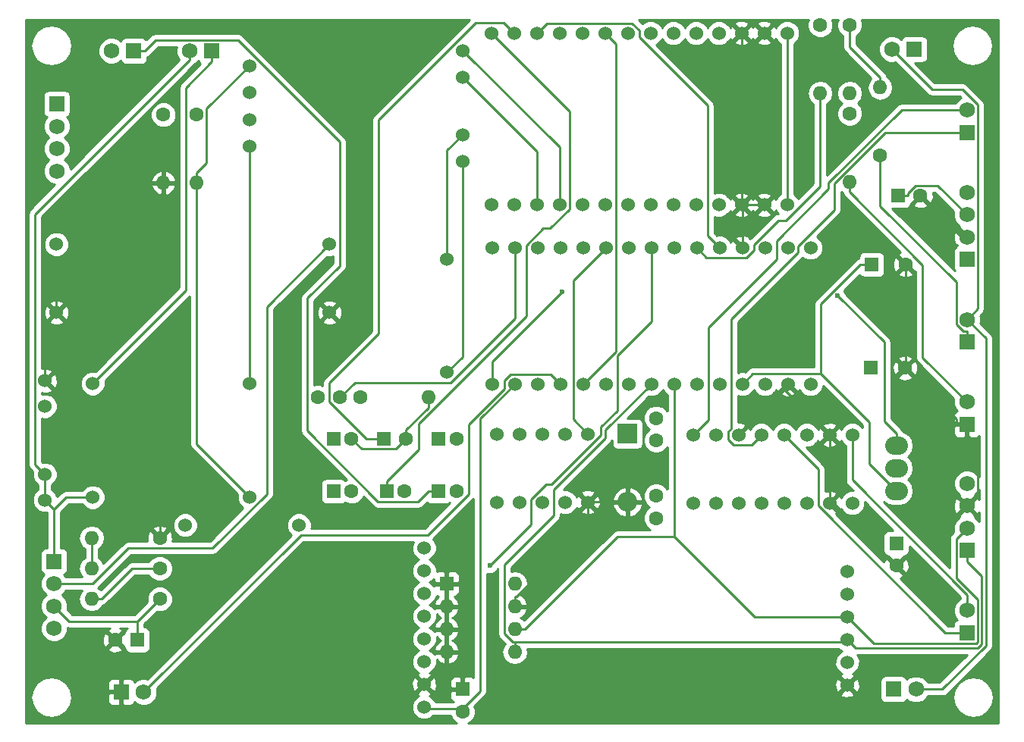
<source format=gbr>
G04 #@! TF.FileFunction,Copper,L2,Bot,Signal*
%FSLAX46Y46*%
G04 Gerber Fmt 4.6, Leading zero omitted, Abs format (unit mm)*
G04 Created by KiCad (PCBNEW 4.0.6+dfsg1-1) date Fri Mar 16 23:39:35 2018*
%MOMM*%
%LPD*%
G01*
G04 APERTURE LIST*
%ADD10C,0.100000*%
%ADD11R,1.600000X1.600000*%
%ADD12C,1.600000*%
%ADD13O,2.540000X2.032000*%
%ADD14O,1.600000X1.600000*%
%ADD15R,1.750000X1.750000*%
%ADD16C,1.750000*%
%ADD17C,1.524000*%
%ADD18R,2.200000X2.200000*%
%ADD19O,2.200000X2.200000*%
%ADD20C,0.600000*%
%ADD21C,0.250000*%
%ADD22C,0.254000*%
G04 APERTURE END LIST*
D10*
D11*
X101500000Y-134100000D03*
D12*
X99000000Y-134100000D03*
D11*
X186200000Y-123300000D03*
D12*
X186200000Y-125800000D03*
D13*
X186200000Y-114900000D03*
X186200000Y-117440000D03*
X186200000Y-112360000D03*
D12*
X184400000Y-80000000D03*
D14*
X184400000Y-72380000D03*
D12*
X181000000Y-65400000D03*
D14*
X181000000Y-73020000D03*
D12*
X104400000Y-75400000D03*
D14*
X104400000Y-83020000D03*
D12*
X104000000Y-129500000D03*
D14*
X96380000Y-129500000D03*
D12*
X104000000Y-126100000D03*
D14*
X96380000Y-126100000D03*
D12*
X104000000Y-122700000D03*
D14*
X96380000Y-122700000D03*
D12*
X108100000Y-75400000D03*
D14*
X108100000Y-83020000D03*
D12*
X181000000Y-75300000D03*
D14*
X181000000Y-82920000D03*
D12*
X177700000Y-65400000D03*
D14*
X177700000Y-73020000D03*
D15*
X92200000Y-125300000D03*
D16*
X92200000Y-127800000D03*
X92200000Y-130300000D03*
X92200000Y-132800000D03*
D15*
X185900000Y-139600000D03*
D16*
X188400000Y-139600000D03*
D15*
X109800000Y-68300000D03*
D16*
X107300000Y-68300000D03*
D15*
X194100000Y-110000000D03*
D16*
X194100000Y-107500000D03*
D17*
X173670000Y-111190000D03*
X176210000Y-111190000D03*
X178750000Y-111190000D03*
X181290000Y-111190000D03*
X171130000Y-111190000D03*
X168590000Y-111190000D03*
X166050000Y-111190000D03*
X163510000Y-111190000D03*
X181290000Y-118810000D03*
X178750000Y-118810000D03*
X176210000Y-118810000D03*
X173670000Y-118810000D03*
X171130000Y-118810000D03*
X168590000Y-118810000D03*
X166050000Y-118810000D03*
X163510000Y-118810000D03*
D15*
X194100000Y-100800000D03*
D16*
X194100000Y-98300000D03*
D12*
X126400000Y-107000000D03*
D14*
X134020000Y-107000000D03*
D11*
X136000000Y-127800000D03*
D14*
X143620000Y-135420000D03*
X136000000Y-130340000D03*
X143620000Y-132880000D03*
X136000000Y-132880000D03*
X143620000Y-130340000D03*
X136000000Y-135420000D03*
X143620000Y-127800000D03*
D17*
X146700000Y-111090000D03*
X149240000Y-111090000D03*
X151780000Y-111090000D03*
X144160000Y-111090000D03*
X141620000Y-111090000D03*
X146700000Y-118710000D03*
X149240000Y-118710000D03*
X151780000Y-118710000D03*
X144160000Y-118710000D03*
X141620000Y-118710000D03*
D15*
X188200000Y-68100000D03*
D16*
X185700000Y-68100000D03*
D15*
X99700000Y-139900000D03*
D16*
X102200000Y-139900000D03*
D15*
X101100000Y-68300000D03*
D16*
X98600000Y-68300000D03*
D15*
X194100000Y-77400000D03*
D16*
X194100000Y-74900000D03*
D15*
X194100000Y-91600000D03*
D16*
X194100000Y-89100000D03*
X194100000Y-86600000D03*
X194100000Y-84100000D03*
D11*
X123400000Y-111600000D03*
D12*
X125400000Y-111600000D03*
X159400000Y-111800000D03*
X159400000Y-109300000D03*
X124100000Y-107000000D03*
X121600000Y-107000000D03*
X159400000Y-118000000D03*
X159400000Y-120500000D03*
D15*
X92500000Y-74200000D03*
D16*
X92500000Y-76700000D03*
X92500000Y-79200000D03*
X92500000Y-81700000D03*
D15*
X194100000Y-124100000D03*
D16*
X194100000Y-121600000D03*
X194100000Y-119100000D03*
X194100000Y-116600000D03*
D11*
X183400000Y-103700000D03*
D12*
X187200000Y-103700000D03*
D11*
X183450000Y-92150000D03*
D12*
X187250000Y-92150000D03*
D11*
X137800000Y-139600000D03*
D12*
X137800000Y-142100000D03*
D11*
X123400000Y-117500000D03*
D12*
X125400000Y-117500000D03*
D11*
X186400000Y-84450000D03*
D12*
X188900000Y-84450000D03*
D11*
X129000000Y-111600000D03*
D12*
X131500000Y-111600000D03*
D11*
X135100000Y-117500000D03*
D12*
X137100000Y-117500000D03*
D11*
X135100000Y-111600000D03*
D12*
X137100000Y-111600000D03*
D11*
X129300000Y-117500000D03*
D12*
X131300000Y-117500000D03*
D15*
X194100000Y-133300000D03*
D16*
X194100000Y-130800000D03*
D17*
X122940000Y-97510000D03*
X122940000Y-89890000D03*
X92460000Y-97510000D03*
X92460000Y-89890000D03*
X140990000Y-66298500D03*
X143530000Y-66298500D03*
X146070000Y-66298500D03*
X148610000Y-66298500D03*
X151150000Y-66298500D03*
X153690000Y-66298500D03*
X156230000Y-66298500D03*
X158770000Y-66298500D03*
X174010000Y-66298500D03*
X171470000Y-66298500D03*
X168930000Y-66298500D03*
X166390000Y-66298500D03*
X163850000Y-66298500D03*
X161310000Y-66298500D03*
X161310000Y-85501500D03*
X163850000Y-85501500D03*
X166390000Y-85501500D03*
X168930000Y-85501500D03*
X171470000Y-85501500D03*
X174010000Y-85501500D03*
X158770000Y-85501500D03*
X156230000Y-85501500D03*
X153690000Y-85501500D03*
X151150000Y-85501500D03*
X148610000Y-85501500D03*
X146070000Y-85501500D03*
X143530000Y-85501500D03*
X140990000Y-85501500D03*
X180734000Y-134070000D03*
X180734000Y-136610000D03*
X180734000Y-139150000D03*
X180734000Y-131530000D03*
X180734000Y-128990000D03*
X180734000Y-126450000D03*
X106830000Y-121270000D03*
X119530000Y-121270000D03*
X133500000Y-141590000D03*
X133500000Y-139050000D03*
X133500000Y-136510000D03*
X133500000Y-133970000D03*
X133500000Y-131430000D03*
X133500000Y-128890000D03*
X133500000Y-126350000D03*
X133500000Y-123810000D03*
X91170000Y-115610000D03*
X91170000Y-107990000D03*
X91170000Y-105145200D03*
X91170000Y-118454800D03*
X114030000Y-105450000D03*
X114030000Y-118150000D03*
X96504000Y-118150000D03*
X96504000Y-105450000D03*
X161390000Y-90280000D03*
X163930000Y-90280000D03*
X166470000Y-90280000D03*
X169010000Y-90280000D03*
X171550000Y-90280000D03*
X174090000Y-90280000D03*
X176630000Y-90280000D03*
X158850000Y-90280000D03*
X156310000Y-90280000D03*
X153770000Y-90280000D03*
X151230000Y-90280000D03*
X148690000Y-90280000D03*
X146150000Y-90280000D03*
X143610000Y-90280000D03*
X141070000Y-90280000D03*
X141070000Y-105520000D03*
X143610000Y-105520000D03*
X146150000Y-105520000D03*
X148690000Y-105520000D03*
X151230000Y-105520000D03*
X153770000Y-105520000D03*
X156310000Y-105520000D03*
X158850000Y-105520000D03*
X161390000Y-105520000D03*
X163930000Y-105520000D03*
X166470000Y-105520000D03*
X169010000Y-105520000D03*
X171550000Y-105520000D03*
X174090000Y-105520000D03*
X176630000Y-105520000D03*
X136050000Y-104200000D03*
X136050000Y-91600000D03*
X114000000Y-78950000D03*
X114000000Y-75950000D03*
X114000000Y-72950000D03*
X114000000Y-69950000D03*
X137800000Y-68250000D03*
X137800000Y-71250000D03*
X137800000Y-77650000D03*
X137800000Y-80650000D03*
D18*
X156200000Y-111050000D03*
D19*
X156200000Y-118670000D03*
D20*
X148889300Y-95188400D03*
X179642600Y-95600800D03*
X140847000Y-125791300D03*
D21*
X150135600Y-93914400D02*
X153770000Y-90280000D01*
X150135600Y-109445600D02*
X150135600Y-93914400D01*
X151780000Y-111090000D02*
X150135600Y-109445600D01*
X143620000Y-130340000D02*
X143620000Y-129214700D01*
X136000000Y-132880000D02*
X136000000Y-130340000D01*
X136000000Y-130340000D02*
X136000000Y-127800000D01*
X137800000Y-139600000D02*
X137800000Y-138474700D01*
X136000000Y-135420000D02*
X136000000Y-132880000D01*
X136000000Y-135420000D02*
X136000000Y-136545300D01*
X136000000Y-136545300D02*
X136000000Y-137858700D01*
X137184000Y-137858700D02*
X136000000Y-137858700D01*
X137800000Y-138474700D02*
X137184000Y-137858700D01*
X134691300Y-137858700D02*
X133500000Y-139050000D01*
X136000000Y-137858700D02*
X134691300Y-137858700D01*
X169010000Y-85581500D02*
X169010000Y-90280000D01*
X178750000Y-111190000D02*
X178750000Y-118810000D01*
X179210000Y-118810000D02*
X186200000Y-125800000D01*
X178750000Y-118810000D02*
X179210000Y-118810000D01*
X194100000Y-110000000D02*
X192899700Y-110000000D01*
X192899700Y-109399700D02*
X192899700Y-110000000D01*
X187200000Y-103700000D02*
X192899700Y-109399700D01*
X187250000Y-103650000D02*
X187250000Y-92150000D01*
X187200000Y-103700000D02*
X187250000Y-103650000D01*
X193550000Y-89100000D02*
X188900000Y-84450000D01*
X194100000Y-89100000D02*
X193550000Y-89100000D01*
X104400000Y-83020000D02*
X104400000Y-84145300D01*
X143824300Y-129214700D02*
X143620000Y-129214700D01*
X151780000Y-121259000D02*
X143824300Y-129214700D01*
X151780000Y-118710000D02*
X151780000Y-121259000D01*
X173670000Y-106110000D02*
X178750000Y-111190000D01*
X168590000Y-111190000D02*
X173670000Y-106110000D01*
X174090000Y-105690000D02*
X174090000Y-105520000D01*
X173670000Y-106110000D02*
X174090000Y-105690000D01*
X195300300Y-112400600D02*
X194100000Y-111200300D01*
X195300300Y-117899700D02*
X195300300Y-112400600D01*
X194100000Y-119100000D02*
X195300300Y-117899700D01*
X194100000Y-110000000D02*
X194100000Y-111200300D01*
X169090000Y-85501500D02*
X169010000Y-85581500D01*
X171470000Y-85501500D02*
X169090000Y-85501500D01*
X151820000Y-118670000D02*
X151780000Y-118710000D01*
X156200000Y-118670000D02*
X151820000Y-118670000D01*
X169010000Y-85581500D02*
X168930000Y-85501500D01*
X168930000Y-85501500D02*
X168930000Y-66298500D01*
X104000000Y-117975200D02*
X91170000Y-105145200D01*
X104000000Y-122700000D02*
X104000000Y-117975200D01*
X92460000Y-96085300D02*
X92460000Y-97510000D01*
X104400000Y-84145300D02*
X92460000Y-96085300D01*
X91170000Y-98800000D02*
X91170000Y-105145200D01*
X92460000Y-97510000D02*
X91170000Y-98800000D01*
X93900000Y-132000000D02*
X101500000Y-132000000D01*
X92200000Y-130300000D02*
X93900000Y-132000000D01*
X104000000Y-129500000D02*
X101500000Y-132000000D01*
X101500000Y-132000000D02*
X101500000Y-134100000D01*
X174010000Y-85501500D02*
X174010000Y-66298500D01*
X183450000Y-92150000D02*
X182324700Y-92150000D01*
X170156200Y-104373800D02*
X169010000Y-105520000D01*
X177789200Y-104373800D02*
X170156200Y-104373800D01*
X183174900Y-114414900D02*
X186200000Y-117440000D01*
X183174900Y-109759500D02*
X183174900Y-114414900D01*
X177789200Y-104373800D02*
X183174900Y-109759500D01*
X187525300Y-84168600D02*
X187525300Y-84450000D01*
X188369200Y-83324700D02*
X187525300Y-84168600D01*
X190824700Y-83324700D02*
X188369200Y-83324700D01*
X194100000Y-86600000D02*
X190824700Y-83324700D01*
X186400000Y-84450000D02*
X187525300Y-84450000D01*
X177789200Y-96569900D02*
X177789200Y-104373800D01*
X182209100Y-92150000D02*
X177789200Y-96569900D01*
X182324700Y-92150000D02*
X182209100Y-92150000D01*
X137800000Y-141758200D02*
X137800000Y-142100000D01*
X133668200Y-141758200D02*
X133500000Y-141590000D01*
X137800000Y-141758200D02*
X133668200Y-141758200D01*
X139757700Y-109372300D02*
X143610000Y-105520000D01*
X139757700Y-139800500D02*
X139757700Y-109372300D01*
X137800000Y-141758200D02*
X139757700Y-139800500D01*
X127075700Y-111600000D02*
X129000000Y-111600000D01*
X122933400Y-107457700D02*
X127075700Y-111600000D01*
X122933400Y-105369800D02*
X122933400Y-107457700D01*
X128420400Y-99882800D02*
X122933400Y-105369800D01*
X128420400Y-76014900D02*
X128420400Y-99882800D01*
X139274800Y-65160500D02*
X128420400Y-76014900D01*
X142392000Y-65160500D02*
X139274800Y-65160500D01*
X143530000Y-66298500D02*
X142392000Y-65160500D01*
X131500000Y-110645300D02*
X131500000Y-111600000D01*
X134020000Y-108125300D02*
X131500000Y-110645300D01*
X134020000Y-107000000D02*
X134020000Y-108125300D01*
X130374600Y-112725400D02*
X131500000Y-111600000D01*
X126525400Y-112725400D02*
X130374600Y-112725400D01*
X125400000Y-111600000D02*
X126525400Y-112725400D01*
X103500600Y-67099700D02*
X102300300Y-68300000D01*
X112712800Y-67099700D02*
X103500600Y-67099700D01*
X124069000Y-78455900D02*
X112712800Y-67099700D01*
X124069000Y-92300900D02*
X124069000Y-78455900D01*
X120465900Y-95904000D02*
X124069000Y-92300900D01*
X120465900Y-110726000D02*
X120465900Y-95904000D01*
X128365300Y-118625400D02*
X120465900Y-110726000D01*
X132849300Y-118625400D02*
X128365300Y-118625400D01*
X133974700Y-117500000D02*
X132849300Y-118625400D01*
X135100000Y-117500000D02*
X133974700Y-117500000D01*
X101100000Y-68300000D02*
X102300300Y-68300000D01*
X189151500Y-92196800D02*
X181000000Y-84045300D01*
X189151500Y-102551500D02*
X189151500Y-92196800D01*
X194100000Y-107500000D02*
X189151500Y-102551500D01*
X181000000Y-82920000D02*
X181000000Y-84045300D01*
X143620000Y-135420000D02*
X143620000Y-134294700D01*
X180509300Y-134294700D02*
X180734000Y-134070000D01*
X143620000Y-134294700D02*
X180509300Y-134294700D01*
X194100000Y-124100000D02*
X194100000Y-125300300D01*
X195750600Y-126950900D02*
X194100000Y-125300300D01*
X195750600Y-134547000D02*
X195750600Y-126950900D01*
X195323000Y-134974600D02*
X195750600Y-134547000D01*
X181638600Y-134974600D02*
X195323000Y-134974600D01*
X180734000Y-134070000D02*
X181638600Y-134974600D01*
X153731700Y-110638300D02*
X158850000Y-105520000D01*
X153731700Y-111571600D02*
X153731700Y-110638300D01*
X147970000Y-117333300D02*
X153731700Y-111571600D01*
X147970000Y-120192300D02*
X147970000Y-117333300D01*
X142474500Y-125687800D02*
X147970000Y-120192300D01*
X142474500Y-133398400D02*
X142474500Y-125687800D01*
X143370800Y-134294700D02*
X142474500Y-133398400D01*
X143620000Y-134294700D02*
X143370800Y-134294700D01*
X143620000Y-132880000D02*
X144745300Y-132880000D01*
X161390000Y-105520000D02*
X161390000Y-122538600D01*
X155086700Y-122538600D02*
X144745300Y-132880000D01*
X161390000Y-122538600D02*
X155086700Y-122538600D01*
X170381400Y-131530000D02*
X180734000Y-131530000D01*
X161390000Y-122538600D02*
X170381400Y-131530000D01*
X183704300Y-134500300D02*
X180734000Y-131530000D01*
X195112600Y-134500300D02*
X183704300Y-134500300D01*
X195300300Y-134312600D02*
X195112600Y-134500300D01*
X195300300Y-129592100D02*
X195300300Y-134312600D01*
X192899600Y-127191400D02*
X195300300Y-129592100D01*
X192899600Y-122800400D02*
X192899600Y-127191400D01*
X194100000Y-121600000D02*
X192899600Y-122800400D01*
X147166900Y-65201600D02*
X146070000Y-66298500D01*
X156727800Y-65201600D02*
X147166900Y-65201600D01*
X157500000Y-65973800D02*
X156727800Y-65201600D01*
X157500000Y-66752700D02*
X157500000Y-65973800D01*
X165120000Y-74372700D02*
X157500000Y-66752700D01*
X165120000Y-88930000D02*
X165120000Y-74372700D01*
X166470000Y-90280000D02*
X165120000Y-88930000D01*
X181000000Y-67854700D02*
X184400000Y-71254700D01*
X181000000Y-65400000D02*
X181000000Y-67854700D01*
X184400000Y-72380000D02*
X184400000Y-71254700D01*
X195303400Y-97096600D02*
X194100000Y-98300000D01*
X195303400Y-74313300D02*
X195303400Y-97096600D01*
X193574300Y-72584200D02*
X195303400Y-74313300D01*
X190184200Y-72584200D02*
X193574300Y-72584200D01*
X185700000Y-68100000D02*
X190184200Y-72584200D01*
X196200900Y-100400900D02*
X194100000Y-98300000D01*
X196200900Y-134733600D02*
X196200900Y-100400900D01*
X191334500Y-139600000D02*
X196200900Y-134733600D01*
X188400000Y-139600000D02*
X191334500Y-139600000D01*
X119742600Y-122357400D02*
X102200000Y-139900000D01*
X133892700Y-122357400D02*
X119742600Y-122357400D01*
X138474800Y-117775300D02*
X133892700Y-122357400D01*
X138474800Y-110018300D02*
X138474800Y-117775300D01*
X142499400Y-105993700D02*
X138474800Y-110018300D01*
X142499400Y-105092800D02*
X142499400Y-105993700D01*
X143165700Y-104426500D02*
X142499400Y-105092800D01*
X147596500Y-104426500D02*
X143165700Y-104426500D01*
X148690000Y-105520000D02*
X147596500Y-104426500D01*
X141070000Y-103007700D02*
X148889300Y-95188400D01*
X141070000Y-105520000D02*
X141070000Y-103007700D01*
X184858700Y-109677400D02*
X186200000Y-111018700D01*
X184858700Y-100816900D02*
X184858700Y-109677400D01*
X179642600Y-95600800D02*
X184858700Y-100816900D01*
X186200000Y-112360000D02*
X186200000Y-111018700D01*
X177700000Y-83427100D02*
X177700000Y-73020000D01*
X173917600Y-87209500D02*
X177700000Y-83427100D01*
X173049500Y-87209500D02*
X173917600Y-87209500D01*
X170280000Y-89979000D02*
X173049500Y-87209500D01*
X170280000Y-90576600D02*
X170280000Y-89979000D01*
X169479800Y-91376800D02*
X170280000Y-90576600D01*
X165026800Y-91376800D02*
X169479800Y-91376800D01*
X163930000Y-90280000D02*
X165026800Y-91376800D01*
X145430000Y-121208300D02*
X140847000Y-125791300D01*
X145430000Y-118433100D02*
X145430000Y-121208300D01*
X147144100Y-116719000D02*
X145430000Y-118433100D01*
X147727800Y-116719000D02*
X147144100Y-116719000D01*
X153233700Y-111213100D02*
X147727800Y-116719000D01*
X153233700Y-110275500D02*
X153233700Y-111213100D01*
X155040000Y-108469200D02*
X153233700Y-110275500D01*
X155040000Y-102346900D02*
X155040000Y-108469200D01*
X158850000Y-98536900D02*
X155040000Y-102346900D01*
X158850000Y-90280000D02*
X158850000Y-98536900D01*
X96380000Y-122700000D02*
X96380000Y-126100000D01*
X184928400Y-77400000D02*
X192899700Y-77400000D01*
X179266700Y-83061700D02*
X184928400Y-77400000D01*
X179266700Y-86050800D02*
X179266700Y-83061700D01*
X175200700Y-90116800D02*
X179266700Y-86050800D01*
X175200700Y-90823700D02*
X175200700Y-90116800D01*
X167740000Y-98284400D02*
X175200700Y-90823700D01*
X167740000Y-110502200D02*
X167740000Y-98284400D01*
X167431100Y-110811100D02*
X167740000Y-110502200D01*
X167431100Y-111671500D02*
X167431100Y-110811100D01*
X168041600Y-112282000D02*
X167431100Y-111671500D01*
X170038000Y-112282000D02*
X168041600Y-112282000D01*
X171130000Y-111190000D02*
X170038000Y-112282000D01*
X194100000Y-77400000D02*
X192899700Y-77400000D01*
X165200000Y-109500000D02*
X163510000Y-111190000D01*
X165200000Y-99208300D02*
X165200000Y-109500000D01*
X172820000Y-91588300D02*
X165200000Y-99208300D01*
X172820000Y-89508400D02*
X172820000Y-91588300D01*
X178657500Y-83670900D02*
X172820000Y-89508400D01*
X178657500Y-83034000D02*
X178657500Y-83670900D01*
X186791500Y-74900000D02*
X178657500Y-83034000D01*
X194100000Y-74900000D02*
X186791500Y-74900000D01*
X191692600Y-133300000D02*
X194100000Y-133300000D01*
X177480000Y-119087400D02*
X191692600Y-133300000D01*
X177480000Y-115000000D02*
X177480000Y-119087400D01*
X173670000Y-111190000D02*
X177480000Y-115000000D01*
X194100000Y-129028700D02*
X194100000Y-130800000D01*
X181290000Y-116218700D02*
X194100000Y-129028700D01*
X181290000Y-111190000D02*
X181290000Y-116218700D01*
X154870200Y-101879800D02*
X151230000Y-105520000D01*
X154870200Y-67478700D02*
X154870200Y-101879800D01*
X153690000Y-66298500D02*
X154870200Y-67478700D01*
X106918300Y-72382000D02*
X109800000Y-69500300D01*
X106918300Y-95035700D02*
X106918300Y-72382000D01*
X96504000Y-105450000D02*
X106918300Y-95035700D01*
X109800000Y-68300000D02*
X109800000Y-69500300D01*
X96488400Y-127800000D02*
X92200000Y-127800000D01*
X100463000Y-123825400D02*
X96488400Y-127800000D01*
X109900000Y-123825400D02*
X100463000Y-123825400D01*
X115959600Y-117765800D02*
X109900000Y-123825400D01*
X115959600Y-96870400D02*
X115959600Y-117765800D01*
X122940000Y-89890000D02*
X115959600Y-96870400D01*
X136050000Y-79400000D02*
X136050000Y-91600000D01*
X137800000Y-77650000D02*
X136050000Y-79400000D01*
X137800000Y-102450000D02*
X136050000Y-104200000D01*
X137800000Y-80650000D02*
X137800000Y-102450000D01*
X93534800Y-118150000D02*
X92200000Y-119484800D01*
X96504000Y-118150000D02*
X93534800Y-118150000D01*
X92200000Y-119484800D02*
X92200000Y-125300000D01*
X92200000Y-119484800D02*
X91170000Y-118454800D01*
X91170000Y-118454800D02*
X91170000Y-115610000D01*
X107300000Y-69275000D02*
X107300000Y-68300000D01*
X90053600Y-86521400D02*
X107300000Y-69275000D01*
X90053600Y-114493600D02*
X90053600Y-86521400D01*
X91170000Y-115610000D02*
X90053600Y-114493600D01*
X125771600Y-105328400D02*
X124100000Y-107000000D01*
X136460000Y-105328400D02*
X125771600Y-105328400D01*
X143610000Y-98178400D02*
X136460000Y-105328400D01*
X143610000Y-90280000D02*
X143610000Y-98178400D01*
X132888800Y-112785900D02*
X129300000Y-116374700D01*
X132888800Y-109893400D02*
X132888800Y-112785900D01*
X144880000Y-97902200D02*
X132888800Y-109893400D01*
X144880000Y-90005200D02*
X144880000Y-97902200D01*
X146771900Y-88113300D02*
X144880000Y-90005200D01*
X147567200Y-88113300D02*
X146771900Y-88113300D01*
X149712300Y-85968200D02*
X147567200Y-88113300D01*
X149712300Y-75020800D02*
X149712300Y-85968200D01*
X140990000Y-66298500D02*
X149712300Y-75020800D01*
X129300000Y-117500000D02*
X129300000Y-116374700D01*
X109225300Y-80769400D02*
X108100000Y-81894700D01*
X109225300Y-74724700D02*
X109225300Y-80769400D01*
X114000000Y-69950000D02*
X109225300Y-74724700D01*
X108100000Y-83020000D02*
X108100000Y-81894700D01*
X108100000Y-112220000D02*
X108100000Y-83020000D01*
X114030000Y-118150000D02*
X108100000Y-112220000D01*
X114000000Y-105420000D02*
X114000000Y-78950000D01*
X114030000Y-105450000D02*
X114000000Y-105420000D01*
X184400000Y-85615500D02*
X184400000Y-80000000D01*
X192899700Y-94115200D02*
X184400000Y-85615500D01*
X192899700Y-98849600D02*
X192899700Y-94115200D01*
X193649800Y-99599700D02*
X192899700Y-98849600D01*
X194100000Y-99599700D02*
X193649800Y-99599700D01*
X194100000Y-100800000D02*
X194100000Y-99599700D01*
X100905300Y-126100000D02*
X97505300Y-129500000D01*
X104000000Y-126100000D02*
X100905300Y-126100000D01*
X96380000Y-129500000D02*
X97505300Y-129500000D01*
X148610000Y-79060000D02*
X148610000Y-85501500D01*
X137800000Y-68250000D02*
X148610000Y-79060000D01*
X146070000Y-79520000D02*
X146070000Y-85501500D01*
X137800000Y-71250000D02*
X146070000Y-79520000D01*
D22*
G36*
X176265250Y-65113309D02*
X176264752Y-65684187D01*
X176482757Y-66211800D01*
X176886077Y-66615824D01*
X177413309Y-66834750D01*
X177984187Y-66835248D01*
X178511800Y-66617243D01*
X178915824Y-66213923D01*
X179134750Y-65686691D01*
X179135248Y-65115813D01*
X179008889Y-64810000D01*
X179691195Y-64810000D01*
X179565250Y-65113309D01*
X179564752Y-65684187D01*
X179782757Y-66211800D01*
X180186077Y-66615824D01*
X180240000Y-66638215D01*
X180240000Y-67854700D01*
X180297852Y-68145539D01*
X180462599Y-68392101D01*
X183398721Y-71328223D01*
X183385302Y-71337189D01*
X183074233Y-71802736D01*
X182965000Y-72351887D01*
X182965000Y-72408113D01*
X183074233Y-72957264D01*
X183385302Y-73422811D01*
X183850849Y-73733880D01*
X184400000Y-73843113D01*
X184949151Y-73733880D01*
X185414698Y-73422811D01*
X185725767Y-72957264D01*
X185835000Y-72408113D01*
X185835000Y-72351887D01*
X185725767Y-71802736D01*
X185414698Y-71337189D01*
X185139882Y-71153563D01*
X185102148Y-70963861D01*
X184937401Y-70717299D01*
X181760000Y-67539898D01*
X181760000Y-66638646D01*
X181811800Y-66617243D01*
X182215824Y-66213923D01*
X182434750Y-65686691D01*
X182435248Y-65115813D01*
X182308889Y-64810000D01*
X197590000Y-64810000D01*
X197590000Y-143390000D01*
X138435714Y-143390000D01*
X138611800Y-143317243D01*
X139015824Y-142913923D01*
X139234750Y-142386691D01*
X139235248Y-141815813D01*
X139113015Y-141519987D01*
X140295101Y-140337901D01*
X140433873Y-140130213D01*
X179933392Y-140130213D01*
X180002857Y-140372397D01*
X180526302Y-140559144D01*
X181081368Y-140531362D01*
X181465143Y-140372397D01*
X181534608Y-140130213D01*
X180734000Y-139329605D01*
X179933392Y-140130213D01*
X140433873Y-140130213D01*
X140459848Y-140091339D01*
X140517700Y-139800500D01*
X140517700Y-138942302D01*
X179324856Y-138942302D01*
X179352638Y-139497368D01*
X179511603Y-139881143D01*
X179753787Y-139950608D01*
X180554395Y-139150000D01*
X180913605Y-139150000D01*
X181714213Y-139950608D01*
X181956397Y-139881143D01*
X182143144Y-139357698D01*
X182115362Y-138802632D01*
X181956397Y-138418857D01*
X181714213Y-138349392D01*
X180913605Y-139150000D01*
X180554395Y-139150000D01*
X179753787Y-138349392D01*
X179511603Y-138418857D01*
X179324856Y-138942302D01*
X140517700Y-138942302D01*
X140517700Y-126666966D01*
X140660201Y-126726138D01*
X141032167Y-126726462D01*
X141375943Y-126584417D01*
X141639192Y-126321627D01*
X141714500Y-126140266D01*
X141714500Y-133398400D01*
X141772352Y-133689239D01*
X141937099Y-133935801D01*
X142508861Y-134507563D01*
X142266120Y-134870849D01*
X142156887Y-135420000D01*
X142266120Y-135969151D01*
X142577189Y-136434698D01*
X143042736Y-136745767D01*
X143591887Y-136855000D01*
X143648113Y-136855000D01*
X144197264Y-136745767D01*
X144662811Y-136434698D01*
X144973880Y-135969151D01*
X145083113Y-135420000D01*
X145010450Y-135054700D01*
X179743048Y-135054700D01*
X179941630Y-135253629D01*
X180149512Y-135339949D01*
X179943697Y-135424990D01*
X179550371Y-135817630D01*
X179337243Y-136330900D01*
X179336758Y-136886661D01*
X179548990Y-137400303D01*
X179941630Y-137793629D01*
X180133727Y-137873395D01*
X180002857Y-137927603D01*
X179933392Y-138169787D01*
X180734000Y-138970395D01*
X181534608Y-138169787D01*
X181465143Y-137927603D01*
X181324682Y-137877491D01*
X181524303Y-137795010D01*
X181917629Y-137402370D01*
X182130757Y-136889100D01*
X182131242Y-136333339D01*
X181919010Y-135819697D01*
X181834061Y-135734600D01*
X194125098Y-135734600D01*
X191019698Y-138840000D01*
X189719797Y-138840000D01*
X189680862Y-138745771D01*
X189256463Y-138320630D01*
X188701675Y-138090262D01*
X188100960Y-138089738D01*
X187545771Y-138319138D01*
X187376897Y-138487717D01*
X187239090Y-138273559D01*
X187026890Y-138128569D01*
X186775000Y-138077560D01*
X185025000Y-138077560D01*
X184789683Y-138121838D01*
X184573559Y-138260910D01*
X184428569Y-138473110D01*
X184377560Y-138725000D01*
X184377560Y-140475000D01*
X184421838Y-140710317D01*
X184560910Y-140926441D01*
X184773110Y-141071431D01*
X185025000Y-141122440D01*
X186775000Y-141122440D01*
X187010317Y-141078162D01*
X187226441Y-140939090D01*
X187371431Y-140726890D01*
X187374786Y-140710324D01*
X187543537Y-140879370D01*
X188098325Y-141109738D01*
X188699040Y-141110262D01*
X189254229Y-140880862D01*
X189635756Y-140500000D01*
X192490000Y-140500000D01*
X192665838Y-141383999D01*
X193166583Y-142133417D01*
X193916001Y-142634162D01*
X194800000Y-142810000D01*
X195683999Y-142634162D01*
X196433417Y-142133417D01*
X196934162Y-141383999D01*
X197110000Y-140500000D01*
X196934162Y-139616001D01*
X196433417Y-138866583D01*
X195683999Y-138365838D01*
X194800000Y-138190000D01*
X193916001Y-138365838D01*
X193166583Y-138866583D01*
X192665838Y-139616001D01*
X192490000Y-140500000D01*
X189635756Y-140500000D01*
X189679370Y-140456463D01*
X189719425Y-140360000D01*
X191334500Y-140360000D01*
X191625339Y-140302148D01*
X191871901Y-140137401D01*
X196738301Y-135271001D01*
X196903048Y-135024439D01*
X196960900Y-134733600D01*
X196960900Y-100400900D01*
X196903048Y-100110061D01*
X196903048Y-100110060D01*
X196738301Y-99863499D01*
X195570639Y-98695837D01*
X195609738Y-98601675D01*
X195610262Y-98000960D01*
X195570375Y-97904427D01*
X195840801Y-97634001D01*
X196005548Y-97387439D01*
X196063400Y-97096600D01*
X196063400Y-74313300D01*
X196005548Y-74022461D01*
X195840801Y-73775899D01*
X194111701Y-72046799D01*
X193865139Y-71882052D01*
X193574300Y-71824200D01*
X190499002Y-71824200D01*
X188297242Y-69622440D01*
X189075000Y-69622440D01*
X189310317Y-69578162D01*
X189526441Y-69439090D01*
X189671431Y-69226890D01*
X189722440Y-68975000D01*
X189722440Y-67700000D01*
X192390000Y-67700000D01*
X192565838Y-68583999D01*
X193066583Y-69333417D01*
X193816001Y-69834162D01*
X194700000Y-70010000D01*
X195583999Y-69834162D01*
X196333417Y-69333417D01*
X196834162Y-68583999D01*
X197010000Y-67700000D01*
X196834162Y-66816001D01*
X196333417Y-66066583D01*
X195583999Y-65565838D01*
X194700000Y-65390000D01*
X193816001Y-65565838D01*
X193066583Y-66066583D01*
X192565838Y-66816001D01*
X192390000Y-67700000D01*
X189722440Y-67700000D01*
X189722440Y-67225000D01*
X189678162Y-66989683D01*
X189539090Y-66773559D01*
X189326890Y-66628569D01*
X189075000Y-66577560D01*
X187325000Y-66577560D01*
X187089683Y-66621838D01*
X186873559Y-66760910D01*
X186728569Y-66973110D01*
X186725214Y-66989676D01*
X186556463Y-66820630D01*
X186001675Y-66590262D01*
X185400960Y-66589738D01*
X184845771Y-66819138D01*
X184420630Y-67243537D01*
X184190262Y-67798325D01*
X184189738Y-68399040D01*
X184419138Y-68954229D01*
X184843537Y-69379370D01*
X185398325Y-69609738D01*
X185999040Y-69610262D01*
X186095573Y-69570375D01*
X189646799Y-73121601D01*
X189893360Y-73286348D01*
X189941614Y-73295946D01*
X190184200Y-73344200D01*
X193259498Y-73344200D01*
X193450035Y-73534737D01*
X193245771Y-73619138D01*
X192820630Y-74043537D01*
X192780575Y-74140000D01*
X186791500Y-74140000D01*
X186500661Y-74197852D01*
X186254099Y-74362599D01*
X178460000Y-82156698D01*
X178460000Y-75584187D01*
X179564752Y-75584187D01*
X179782757Y-76111800D01*
X180186077Y-76515824D01*
X180713309Y-76734750D01*
X181284187Y-76735248D01*
X181811800Y-76517243D01*
X182215824Y-76113923D01*
X182434750Y-75586691D01*
X182435248Y-75015813D01*
X182217243Y-74488200D01*
X181881464Y-74151835D01*
X182014698Y-74062811D01*
X182325767Y-73597264D01*
X182435000Y-73048113D01*
X182435000Y-72991887D01*
X182325767Y-72442736D01*
X182014698Y-71977189D01*
X181549151Y-71666120D01*
X181000000Y-71556887D01*
X180450849Y-71666120D01*
X179985302Y-71977189D01*
X179674233Y-72442736D01*
X179565000Y-72991887D01*
X179565000Y-73048113D01*
X179674233Y-73597264D01*
X179985302Y-74062811D01*
X180118815Y-74152021D01*
X179784176Y-74486077D01*
X179565250Y-75013309D01*
X179564752Y-75584187D01*
X178460000Y-75584187D01*
X178460000Y-74232995D01*
X178714698Y-74062811D01*
X179025767Y-73597264D01*
X179135000Y-73048113D01*
X179135000Y-72991887D01*
X179025767Y-72442736D01*
X178714698Y-71977189D01*
X178249151Y-71666120D01*
X177700000Y-71556887D01*
X177150849Y-71666120D01*
X176685302Y-71977189D01*
X176374233Y-72442736D01*
X176265000Y-72991887D01*
X176265000Y-73048113D01*
X176374233Y-73597264D01*
X176685302Y-74062811D01*
X176940000Y-74232995D01*
X176940000Y-83112298D01*
X175237724Y-84814574D01*
X175195010Y-84711197D01*
X174802370Y-84317871D01*
X174770000Y-84304430D01*
X174770000Y-67496031D01*
X174800303Y-67483510D01*
X175193629Y-67090870D01*
X175406757Y-66577600D01*
X175407242Y-66021839D01*
X175195010Y-65508197D01*
X174802370Y-65114871D01*
X174289100Y-64901743D01*
X173733339Y-64901258D01*
X173219697Y-65113490D01*
X172826371Y-65506130D01*
X172746605Y-65698227D01*
X172692397Y-65567357D01*
X172450213Y-65497892D01*
X171649605Y-66298500D01*
X172450213Y-67099108D01*
X172692397Y-67029643D01*
X172742509Y-66889182D01*
X172824990Y-67088803D01*
X173217630Y-67482129D01*
X173250000Y-67495570D01*
X173250000Y-84303969D01*
X173219697Y-84316490D01*
X172826371Y-84709130D01*
X172746605Y-84901227D01*
X172692397Y-84770357D01*
X172450213Y-84700892D01*
X171649605Y-85501500D01*
X172450213Y-86302108D01*
X172692397Y-86232643D01*
X172742509Y-86092182D01*
X172824990Y-86291803D01*
X172993526Y-86460634D01*
X172806914Y-86497754D01*
X172758660Y-86507352D01*
X172512099Y-86672099D01*
X169962521Y-89221677D01*
X169925618Y-89184774D01*
X169810607Y-89299785D01*
X169741143Y-89057603D01*
X169217698Y-88870856D01*
X168662632Y-88898638D01*
X168278857Y-89057603D01*
X168209392Y-89299787D01*
X169010000Y-90100395D01*
X169024143Y-90086253D01*
X169203748Y-90265858D01*
X169189605Y-90280000D01*
X169203748Y-90294143D01*
X169024143Y-90473748D01*
X169010000Y-90459605D01*
X168995858Y-90473748D01*
X168816253Y-90294143D01*
X168830395Y-90280000D01*
X168029787Y-89479392D01*
X167787603Y-89548857D01*
X167737491Y-89689318D01*
X167655010Y-89489697D01*
X167262370Y-89096371D01*
X166749100Y-88883243D01*
X166193339Y-88882758D01*
X166160945Y-88896143D01*
X165880000Y-88615198D01*
X165880000Y-86802379D01*
X166110900Y-86898257D01*
X166666661Y-86898742D01*
X167180303Y-86686510D01*
X167385457Y-86481713D01*
X168129392Y-86481713D01*
X168198857Y-86723897D01*
X168722302Y-86910644D01*
X169277368Y-86882862D01*
X169661143Y-86723897D01*
X169730608Y-86481713D01*
X170669392Y-86481713D01*
X170738857Y-86723897D01*
X171262302Y-86910644D01*
X171817368Y-86882862D01*
X172201143Y-86723897D01*
X172270608Y-86481713D01*
X171470000Y-85681105D01*
X170669392Y-86481713D01*
X169730608Y-86481713D01*
X168930000Y-85681105D01*
X168129392Y-86481713D01*
X167385457Y-86481713D01*
X167573629Y-86293870D01*
X167653395Y-86101773D01*
X167707603Y-86232643D01*
X167949787Y-86302108D01*
X168750395Y-85501500D01*
X169109605Y-85501500D01*
X169910213Y-86302108D01*
X170152397Y-86232643D01*
X170196453Y-86109156D01*
X170247603Y-86232643D01*
X170489787Y-86302108D01*
X171290395Y-85501500D01*
X170489787Y-84700892D01*
X170247603Y-84770357D01*
X170203547Y-84893844D01*
X170152397Y-84770357D01*
X169910213Y-84700892D01*
X169109605Y-85501500D01*
X168750395Y-85501500D01*
X167949787Y-84700892D01*
X167707603Y-84770357D01*
X167657491Y-84910818D01*
X167575010Y-84711197D01*
X167385432Y-84521287D01*
X168129392Y-84521287D01*
X168930000Y-85321895D01*
X169730608Y-84521287D01*
X170669392Y-84521287D01*
X171470000Y-85321895D01*
X172270608Y-84521287D01*
X172201143Y-84279103D01*
X171677698Y-84092356D01*
X171122632Y-84120138D01*
X170738857Y-84279103D01*
X170669392Y-84521287D01*
X169730608Y-84521287D01*
X169661143Y-84279103D01*
X169137698Y-84092356D01*
X168582632Y-84120138D01*
X168198857Y-84279103D01*
X168129392Y-84521287D01*
X167385432Y-84521287D01*
X167182370Y-84317871D01*
X166669100Y-84104743D01*
X166113339Y-84104258D01*
X165880000Y-84200671D01*
X165880000Y-74372700D01*
X165869249Y-74318652D01*
X165822148Y-74081860D01*
X165657401Y-73835299D01*
X159380079Y-67557977D01*
X159560303Y-67483510D01*
X159953629Y-67090870D01*
X160039949Y-66882988D01*
X160124990Y-67088803D01*
X160517630Y-67482129D01*
X161030900Y-67695257D01*
X161586661Y-67695742D01*
X162100303Y-67483510D01*
X162493629Y-67090870D01*
X162579949Y-66882988D01*
X162664990Y-67088803D01*
X163057630Y-67482129D01*
X163570900Y-67695257D01*
X164126661Y-67695742D01*
X164640303Y-67483510D01*
X165033629Y-67090870D01*
X165119949Y-66882988D01*
X165204990Y-67088803D01*
X165597630Y-67482129D01*
X166110900Y-67695257D01*
X166666661Y-67695742D01*
X167180303Y-67483510D01*
X167385457Y-67278713D01*
X168129392Y-67278713D01*
X168198857Y-67520897D01*
X168722302Y-67707644D01*
X169277368Y-67679862D01*
X169661143Y-67520897D01*
X169730608Y-67278713D01*
X170669392Y-67278713D01*
X170738857Y-67520897D01*
X171262302Y-67707644D01*
X171817368Y-67679862D01*
X172201143Y-67520897D01*
X172270608Y-67278713D01*
X171470000Y-66478105D01*
X170669392Y-67278713D01*
X169730608Y-67278713D01*
X168930000Y-66478105D01*
X168129392Y-67278713D01*
X167385457Y-67278713D01*
X167573629Y-67090870D01*
X167653395Y-66898773D01*
X167707603Y-67029643D01*
X167949787Y-67099108D01*
X168750395Y-66298500D01*
X169109605Y-66298500D01*
X169910213Y-67099108D01*
X170152397Y-67029643D01*
X170196453Y-66906156D01*
X170247603Y-67029643D01*
X170489787Y-67099108D01*
X171290395Y-66298500D01*
X170489787Y-65497892D01*
X170247603Y-65567357D01*
X170203547Y-65690844D01*
X170152397Y-65567357D01*
X169910213Y-65497892D01*
X169109605Y-66298500D01*
X168750395Y-66298500D01*
X167949787Y-65497892D01*
X167707603Y-65567357D01*
X167657491Y-65707818D01*
X167575010Y-65508197D01*
X167385432Y-65318287D01*
X168129392Y-65318287D01*
X168930000Y-66118895D01*
X169730608Y-65318287D01*
X170669392Y-65318287D01*
X171470000Y-66118895D01*
X172270608Y-65318287D01*
X172201143Y-65076103D01*
X171677698Y-64889356D01*
X171122632Y-64917138D01*
X170738857Y-65076103D01*
X170669392Y-65318287D01*
X169730608Y-65318287D01*
X169661143Y-65076103D01*
X169137698Y-64889356D01*
X168582632Y-64917138D01*
X168198857Y-65076103D01*
X168129392Y-65318287D01*
X167385432Y-65318287D01*
X167182370Y-65114871D01*
X166669100Y-64901743D01*
X166113339Y-64901258D01*
X165599697Y-65113490D01*
X165206371Y-65506130D01*
X165120051Y-65714012D01*
X165035010Y-65508197D01*
X164642370Y-65114871D01*
X164129100Y-64901743D01*
X163573339Y-64901258D01*
X163059697Y-65113490D01*
X162666371Y-65506130D01*
X162580051Y-65714012D01*
X162495010Y-65508197D01*
X162102370Y-65114871D01*
X161589100Y-64901743D01*
X161033339Y-64901258D01*
X160519697Y-65113490D01*
X160126371Y-65506130D01*
X160040051Y-65714012D01*
X159955010Y-65508197D01*
X159562370Y-65114871D01*
X159049100Y-64901743D01*
X158493339Y-64901258D01*
X157979697Y-65113490D01*
X157846979Y-65245977D01*
X157411002Y-64810000D01*
X176391195Y-64810000D01*
X176265250Y-65113309D01*
X176265250Y-65113309D01*
G37*
X176265250Y-65113309D02*
X176264752Y-65684187D01*
X176482757Y-66211800D01*
X176886077Y-66615824D01*
X177413309Y-66834750D01*
X177984187Y-66835248D01*
X178511800Y-66617243D01*
X178915824Y-66213923D01*
X179134750Y-65686691D01*
X179135248Y-65115813D01*
X179008889Y-64810000D01*
X179691195Y-64810000D01*
X179565250Y-65113309D01*
X179564752Y-65684187D01*
X179782757Y-66211800D01*
X180186077Y-66615824D01*
X180240000Y-66638215D01*
X180240000Y-67854700D01*
X180297852Y-68145539D01*
X180462599Y-68392101D01*
X183398721Y-71328223D01*
X183385302Y-71337189D01*
X183074233Y-71802736D01*
X182965000Y-72351887D01*
X182965000Y-72408113D01*
X183074233Y-72957264D01*
X183385302Y-73422811D01*
X183850849Y-73733880D01*
X184400000Y-73843113D01*
X184949151Y-73733880D01*
X185414698Y-73422811D01*
X185725767Y-72957264D01*
X185835000Y-72408113D01*
X185835000Y-72351887D01*
X185725767Y-71802736D01*
X185414698Y-71337189D01*
X185139882Y-71153563D01*
X185102148Y-70963861D01*
X184937401Y-70717299D01*
X181760000Y-67539898D01*
X181760000Y-66638646D01*
X181811800Y-66617243D01*
X182215824Y-66213923D01*
X182434750Y-65686691D01*
X182435248Y-65115813D01*
X182308889Y-64810000D01*
X197590000Y-64810000D01*
X197590000Y-143390000D01*
X138435714Y-143390000D01*
X138611800Y-143317243D01*
X139015824Y-142913923D01*
X139234750Y-142386691D01*
X139235248Y-141815813D01*
X139113015Y-141519987D01*
X140295101Y-140337901D01*
X140433873Y-140130213D01*
X179933392Y-140130213D01*
X180002857Y-140372397D01*
X180526302Y-140559144D01*
X181081368Y-140531362D01*
X181465143Y-140372397D01*
X181534608Y-140130213D01*
X180734000Y-139329605D01*
X179933392Y-140130213D01*
X140433873Y-140130213D01*
X140459848Y-140091339D01*
X140517700Y-139800500D01*
X140517700Y-138942302D01*
X179324856Y-138942302D01*
X179352638Y-139497368D01*
X179511603Y-139881143D01*
X179753787Y-139950608D01*
X180554395Y-139150000D01*
X180913605Y-139150000D01*
X181714213Y-139950608D01*
X181956397Y-139881143D01*
X182143144Y-139357698D01*
X182115362Y-138802632D01*
X181956397Y-138418857D01*
X181714213Y-138349392D01*
X180913605Y-139150000D01*
X180554395Y-139150000D01*
X179753787Y-138349392D01*
X179511603Y-138418857D01*
X179324856Y-138942302D01*
X140517700Y-138942302D01*
X140517700Y-126666966D01*
X140660201Y-126726138D01*
X141032167Y-126726462D01*
X141375943Y-126584417D01*
X141639192Y-126321627D01*
X141714500Y-126140266D01*
X141714500Y-133398400D01*
X141772352Y-133689239D01*
X141937099Y-133935801D01*
X142508861Y-134507563D01*
X142266120Y-134870849D01*
X142156887Y-135420000D01*
X142266120Y-135969151D01*
X142577189Y-136434698D01*
X143042736Y-136745767D01*
X143591887Y-136855000D01*
X143648113Y-136855000D01*
X144197264Y-136745767D01*
X144662811Y-136434698D01*
X144973880Y-135969151D01*
X145083113Y-135420000D01*
X145010450Y-135054700D01*
X179743048Y-135054700D01*
X179941630Y-135253629D01*
X180149512Y-135339949D01*
X179943697Y-135424990D01*
X179550371Y-135817630D01*
X179337243Y-136330900D01*
X179336758Y-136886661D01*
X179548990Y-137400303D01*
X179941630Y-137793629D01*
X180133727Y-137873395D01*
X180002857Y-137927603D01*
X179933392Y-138169787D01*
X180734000Y-138970395D01*
X181534608Y-138169787D01*
X181465143Y-137927603D01*
X181324682Y-137877491D01*
X181524303Y-137795010D01*
X181917629Y-137402370D01*
X182130757Y-136889100D01*
X182131242Y-136333339D01*
X181919010Y-135819697D01*
X181834061Y-135734600D01*
X194125098Y-135734600D01*
X191019698Y-138840000D01*
X189719797Y-138840000D01*
X189680862Y-138745771D01*
X189256463Y-138320630D01*
X188701675Y-138090262D01*
X188100960Y-138089738D01*
X187545771Y-138319138D01*
X187376897Y-138487717D01*
X187239090Y-138273559D01*
X187026890Y-138128569D01*
X186775000Y-138077560D01*
X185025000Y-138077560D01*
X184789683Y-138121838D01*
X184573559Y-138260910D01*
X184428569Y-138473110D01*
X184377560Y-138725000D01*
X184377560Y-140475000D01*
X184421838Y-140710317D01*
X184560910Y-140926441D01*
X184773110Y-141071431D01*
X185025000Y-141122440D01*
X186775000Y-141122440D01*
X187010317Y-141078162D01*
X187226441Y-140939090D01*
X187371431Y-140726890D01*
X187374786Y-140710324D01*
X187543537Y-140879370D01*
X188098325Y-141109738D01*
X188699040Y-141110262D01*
X189254229Y-140880862D01*
X189635756Y-140500000D01*
X192490000Y-140500000D01*
X192665838Y-141383999D01*
X193166583Y-142133417D01*
X193916001Y-142634162D01*
X194800000Y-142810000D01*
X195683999Y-142634162D01*
X196433417Y-142133417D01*
X196934162Y-141383999D01*
X197110000Y-140500000D01*
X196934162Y-139616001D01*
X196433417Y-138866583D01*
X195683999Y-138365838D01*
X194800000Y-138190000D01*
X193916001Y-138365838D01*
X193166583Y-138866583D01*
X192665838Y-139616001D01*
X192490000Y-140500000D01*
X189635756Y-140500000D01*
X189679370Y-140456463D01*
X189719425Y-140360000D01*
X191334500Y-140360000D01*
X191625339Y-140302148D01*
X191871901Y-140137401D01*
X196738301Y-135271001D01*
X196903048Y-135024439D01*
X196960900Y-134733600D01*
X196960900Y-100400900D01*
X196903048Y-100110061D01*
X196903048Y-100110060D01*
X196738301Y-99863499D01*
X195570639Y-98695837D01*
X195609738Y-98601675D01*
X195610262Y-98000960D01*
X195570375Y-97904427D01*
X195840801Y-97634001D01*
X196005548Y-97387439D01*
X196063400Y-97096600D01*
X196063400Y-74313300D01*
X196005548Y-74022461D01*
X195840801Y-73775899D01*
X194111701Y-72046799D01*
X193865139Y-71882052D01*
X193574300Y-71824200D01*
X190499002Y-71824200D01*
X188297242Y-69622440D01*
X189075000Y-69622440D01*
X189310317Y-69578162D01*
X189526441Y-69439090D01*
X189671431Y-69226890D01*
X189722440Y-68975000D01*
X189722440Y-67700000D01*
X192390000Y-67700000D01*
X192565838Y-68583999D01*
X193066583Y-69333417D01*
X193816001Y-69834162D01*
X194700000Y-70010000D01*
X195583999Y-69834162D01*
X196333417Y-69333417D01*
X196834162Y-68583999D01*
X197010000Y-67700000D01*
X196834162Y-66816001D01*
X196333417Y-66066583D01*
X195583999Y-65565838D01*
X194700000Y-65390000D01*
X193816001Y-65565838D01*
X193066583Y-66066583D01*
X192565838Y-66816001D01*
X192390000Y-67700000D01*
X189722440Y-67700000D01*
X189722440Y-67225000D01*
X189678162Y-66989683D01*
X189539090Y-66773559D01*
X189326890Y-66628569D01*
X189075000Y-66577560D01*
X187325000Y-66577560D01*
X187089683Y-66621838D01*
X186873559Y-66760910D01*
X186728569Y-66973110D01*
X186725214Y-66989676D01*
X186556463Y-66820630D01*
X186001675Y-66590262D01*
X185400960Y-66589738D01*
X184845771Y-66819138D01*
X184420630Y-67243537D01*
X184190262Y-67798325D01*
X184189738Y-68399040D01*
X184419138Y-68954229D01*
X184843537Y-69379370D01*
X185398325Y-69609738D01*
X185999040Y-69610262D01*
X186095573Y-69570375D01*
X189646799Y-73121601D01*
X189893360Y-73286348D01*
X189941614Y-73295946D01*
X190184200Y-73344200D01*
X193259498Y-73344200D01*
X193450035Y-73534737D01*
X193245771Y-73619138D01*
X192820630Y-74043537D01*
X192780575Y-74140000D01*
X186791500Y-74140000D01*
X186500661Y-74197852D01*
X186254099Y-74362599D01*
X178460000Y-82156698D01*
X178460000Y-75584187D01*
X179564752Y-75584187D01*
X179782757Y-76111800D01*
X180186077Y-76515824D01*
X180713309Y-76734750D01*
X181284187Y-76735248D01*
X181811800Y-76517243D01*
X182215824Y-76113923D01*
X182434750Y-75586691D01*
X182435248Y-75015813D01*
X182217243Y-74488200D01*
X181881464Y-74151835D01*
X182014698Y-74062811D01*
X182325767Y-73597264D01*
X182435000Y-73048113D01*
X182435000Y-72991887D01*
X182325767Y-72442736D01*
X182014698Y-71977189D01*
X181549151Y-71666120D01*
X181000000Y-71556887D01*
X180450849Y-71666120D01*
X179985302Y-71977189D01*
X179674233Y-72442736D01*
X179565000Y-72991887D01*
X179565000Y-73048113D01*
X179674233Y-73597264D01*
X179985302Y-74062811D01*
X180118815Y-74152021D01*
X179784176Y-74486077D01*
X179565250Y-75013309D01*
X179564752Y-75584187D01*
X178460000Y-75584187D01*
X178460000Y-74232995D01*
X178714698Y-74062811D01*
X179025767Y-73597264D01*
X179135000Y-73048113D01*
X179135000Y-72991887D01*
X179025767Y-72442736D01*
X178714698Y-71977189D01*
X178249151Y-71666120D01*
X177700000Y-71556887D01*
X177150849Y-71666120D01*
X176685302Y-71977189D01*
X176374233Y-72442736D01*
X176265000Y-72991887D01*
X176265000Y-73048113D01*
X176374233Y-73597264D01*
X176685302Y-74062811D01*
X176940000Y-74232995D01*
X176940000Y-83112298D01*
X175237724Y-84814574D01*
X175195010Y-84711197D01*
X174802370Y-84317871D01*
X174770000Y-84304430D01*
X174770000Y-67496031D01*
X174800303Y-67483510D01*
X175193629Y-67090870D01*
X175406757Y-66577600D01*
X175407242Y-66021839D01*
X175195010Y-65508197D01*
X174802370Y-65114871D01*
X174289100Y-64901743D01*
X173733339Y-64901258D01*
X173219697Y-65113490D01*
X172826371Y-65506130D01*
X172746605Y-65698227D01*
X172692397Y-65567357D01*
X172450213Y-65497892D01*
X171649605Y-66298500D01*
X172450213Y-67099108D01*
X172692397Y-67029643D01*
X172742509Y-66889182D01*
X172824990Y-67088803D01*
X173217630Y-67482129D01*
X173250000Y-67495570D01*
X173250000Y-84303969D01*
X173219697Y-84316490D01*
X172826371Y-84709130D01*
X172746605Y-84901227D01*
X172692397Y-84770357D01*
X172450213Y-84700892D01*
X171649605Y-85501500D01*
X172450213Y-86302108D01*
X172692397Y-86232643D01*
X172742509Y-86092182D01*
X172824990Y-86291803D01*
X172993526Y-86460634D01*
X172806914Y-86497754D01*
X172758660Y-86507352D01*
X172512099Y-86672099D01*
X169962521Y-89221677D01*
X169925618Y-89184774D01*
X169810607Y-89299785D01*
X169741143Y-89057603D01*
X169217698Y-88870856D01*
X168662632Y-88898638D01*
X168278857Y-89057603D01*
X168209392Y-89299787D01*
X169010000Y-90100395D01*
X169024143Y-90086253D01*
X169203748Y-90265858D01*
X169189605Y-90280000D01*
X169203748Y-90294143D01*
X169024143Y-90473748D01*
X169010000Y-90459605D01*
X168995858Y-90473748D01*
X168816253Y-90294143D01*
X168830395Y-90280000D01*
X168029787Y-89479392D01*
X167787603Y-89548857D01*
X167737491Y-89689318D01*
X167655010Y-89489697D01*
X167262370Y-89096371D01*
X166749100Y-88883243D01*
X166193339Y-88882758D01*
X166160945Y-88896143D01*
X165880000Y-88615198D01*
X165880000Y-86802379D01*
X166110900Y-86898257D01*
X166666661Y-86898742D01*
X167180303Y-86686510D01*
X167385457Y-86481713D01*
X168129392Y-86481713D01*
X168198857Y-86723897D01*
X168722302Y-86910644D01*
X169277368Y-86882862D01*
X169661143Y-86723897D01*
X169730608Y-86481713D01*
X170669392Y-86481713D01*
X170738857Y-86723897D01*
X171262302Y-86910644D01*
X171817368Y-86882862D01*
X172201143Y-86723897D01*
X172270608Y-86481713D01*
X171470000Y-85681105D01*
X170669392Y-86481713D01*
X169730608Y-86481713D01*
X168930000Y-85681105D01*
X168129392Y-86481713D01*
X167385457Y-86481713D01*
X167573629Y-86293870D01*
X167653395Y-86101773D01*
X167707603Y-86232643D01*
X167949787Y-86302108D01*
X168750395Y-85501500D01*
X169109605Y-85501500D01*
X169910213Y-86302108D01*
X170152397Y-86232643D01*
X170196453Y-86109156D01*
X170247603Y-86232643D01*
X170489787Y-86302108D01*
X171290395Y-85501500D01*
X170489787Y-84700892D01*
X170247603Y-84770357D01*
X170203547Y-84893844D01*
X170152397Y-84770357D01*
X169910213Y-84700892D01*
X169109605Y-85501500D01*
X168750395Y-85501500D01*
X167949787Y-84700892D01*
X167707603Y-84770357D01*
X167657491Y-84910818D01*
X167575010Y-84711197D01*
X167385432Y-84521287D01*
X168129392Y-84521287D01*
X168930000Y-85321895D01*
X169730608Y-84521287D01*
X170669392Y-84521287D01*
X171470000Y-85321895D01*
X172270608Y-84521287D01*
X172201143Y-84279103D01*
X171677698Y-84092356D01*
X171122632Y-84120138D01*
X170738857Y-84279103D01*
X170669392Y-84521287D01*
X169730608Y-84521287D01*
X169661143Y-84279103D01*
X169137698Y-84092356D01*
X168582632Y-84120138D01*
X168198857Y-84279103D01*
X168129392Y-84521287D01*
X167385432Y-84521287D01*
X167182370Y-84317871D01*
X166669100Y-84104743D01*
X166113339Y-84104258D01*
X165880000Y-84200671D01*
X165880000Y-74372700D01*
X165869249Y-74318652D01*
X165822148Y-74081860D01*
X165657401Y-73835299D01*
X159380079Y-67557977D01*
X159560303Y-67483510D01*
X159953629Y-67090870D01*
X160039949Y-66882988D01*
X160124990Y-67088803D01*
X160517630Y-67482129D01*
X161030900Y-67695257D01*
X161586661Y-67695742D01*
X162100303Y-67483510D01*
X162493629Y-67090870D01*
X162579949Y-66882988D01*
X162664990Y-67088803D01*
X163057630Y-67482129D01*
X163570900Y-67695257D01*
X164126661Y-67695742D01*
X164640303Y-67483510D01*
X165033629Y-67090870D01*
X165119949Y-66882988D01*
X165204990Y-67088803D01*
X165597630Y-67482129D01*
X166110900Y-67695257D01*
X166666661Y-67695742D01*
X167180303Y-67483510D01*
X167385457Y-67278713D01*
X168129392Y-67278713D01*
X168198857Y-67520897D01*
X168722302Y-67707644D01*
X169277368Y-67679862D01*
X169661143Y-67520897D01*
X169730608Y-67278713D01*
X170669392Y-67278713D01*
X170738857Y-67520897D01*
X171262302Y-67707644D01*
X171817368Y-67679862D01*
X172201143Y-67520897D01*
X172270608Y-67278713D01*
X171470000Y-66478105D01*
X170669392Y-67278713D01*
X169730608Y-67278713D01*
X168930000Y-66478105D01*
X168129392Y-67278713D01*
X167385457Y-67278713D01*
X167573629Y-67090870D01*
X167653395Y-66898773D01*
X167707603Y-67029643D01*
X167949787Y-67099108D01*
X168750395Y-66298500D01*
X169109605Y-66298500D01*
X169910213Y-67099108D01*
X170152397Y-67029643D01*
X170196453Y-66906156D01*
X170247603Y-67029643D01*
X170489787Y-67099108D01*
X171290395Y-66298500D01*
X170489787Y-65497892D01*
X170247603Y-65567357D01*
X170203547Y-65690844D01*
X170152397Y-65567357D01*
X169910213Y-65497892D01*
X169109605Y-66298500D01*
X168750395Y-66298500D01*
X167949787Y-65497892D01*
X167707603Y-65567357D01*
X167657491Y-65707818D01*
X167575010Y-65508197D01*
X167385432Y-65318287D01*
X168129392Y-65318287D01*
X168930000Y-66118895D01*
X169730608Y-65318287D01*
X170669392Y-65318287D01*
X171470000Y-66118895D01*
X172270608Y-65318287D01*
X172201143Y-65076103D01*
X171677698Y-64889356D01*
X171122632Y-64917138D01*
X170738857Y-65076103D01*
X170669392Y-65318287D01*
X169730608Y-65318287D01*
X169661143Y-65076103D01*
X169137698Y-64889356D01*
X168582632Y-64917138D01*
X168198857Y-65076103D01*
X168129392Y-65318287D01*
X167385432Y-65318287D01*
X167182370Y-65114871D01*
X166669100Y-64901743D01*
X166113339Y-64901258D01*
X165599697Y-65113490D01*
X165206371Y-65506130D01*
X165120051Y-65714012D01*
X165035010Y-65508197D01*
X164642370Y-65114871D01*
X164129100Y-64901743D01*
X163573339Y-64901258D01*
X163059697Y-65113490D01*
X162666371Y-65506130D01*
X162580051Y-65714012D01*
X162495010Y-65508197D01*
X162102370Y-65114871D01*
X161589100Y-64901743D01*
X161033339Y-64901258D01*
X160519697Y-65113490D01*
X160126371Y-65506130D01*
X160040051Y-65714012D01*
X159955010Y-65508197D01*
X159562370Y-65114871D01*
X159049100Y-64901743D01*
X158493339Y-64901258D01*
X157979697Y-65113490D01*
X157846979Y-65245977D01*
X157411002Y-64810000D01*
X176391195Y-64810000D01*
X176265250Y-65113309D01*
G36*
X127882999Y-75477499D02*
X127718252Y-75724061D01*
X127660400Y-76014900D01*
X127660400Y-99567998D01*
X122395999Y-104832399D01*
X122231252Y-105078961D01*
X122173400Y-105369800D01*
X122173400Y-105684302D01*
X121886691Y-105565250D01*
X121315813Y-105564752D01*
X121225900Y-105601903D01*
X121225900Y-98490213D01*
X122139392Y-98490213D01*
X122208857Y-98732397D01*
X122732302Y-98919144D01*
X123287368Y-98891362D01*
X123671143Y-98732397D01*
X123740608Y-98490213D01*
X122940000Y-97689605D01*
X122139392Y-98490213D01*
X121225900Y-98490213D01*
X121225900Y-97302302D01*
X121530856Y-97302302D01*
X121558638Y-97857368D01*
X121717603Y-98241143D01*
X121959787Y-98310608D01*
X122760395Y-97510000D01*
X123119605Y-97510000D01*
X123920213Y-98310608D01*
X124162397Y-98241143D01*
X124349144Y-97717698D01*
X124321362Y-97162632D01*
X124162397Y-96778857D01*
X123920213Y-96709392D01*
X123119605Y-97510000D01*
X122760395Y-97510000D01*
X121959787Y-96709392D01*
X121717603Y-96778857D01*
X121530856Y-97302302D01*
X121225900Y-97302302D01*
X121225900Y-96529787D01*
X122139392Y-96529787D01*
X122940000Y-97330395D01*
X123740608Y-96529787D01*
X123671143Y-96287603D01*
X123147698Y-96100856D01*
X122592632Y-96128638D01*
X122208857Y-96287603D01*
X122139392Y-96529787D01*
X121225900Y-96529787D01*
X121225900Y-96218802D01*
X124606401Y-92838301D01*
X124771148Y-92591739D01*
X124829000Y-92300900D01*
X124829000Y-78455900D01*
X124771148Y-78165061D01*
X124606401Y-77918499D01*
X113250201Y-66562299D01*
X113003639Y-66397552D01*
X112712800Y-66339700D01*
X103500600Y-66339700D01*
X103209761Y-66397552D01*
X102963199Y-66562299D01*
X102483274Y-67042224D01*
X102439090Y-66973559D01*
X102226890Y-66828569D01*
X101975000Y-66777560D01*
X100225000Y-66777560D01*
X99989683Y-66821838D01*
X99773559Y-66960910D01*
X99628569Y-67173110D01*
X99625214Y-67189676D01*
X99456463Y-67020630D01*
X98901675Y-66790262D01*
X98300960Y-66789738D01*
X97745771Y-67019138D01*
X97320630Y-67443537D01*
X97090262Y-67998325D01*
X97089738Y-68599040D01*
X97319138Y-69154229D01*
X97743537Y-69579370D01*
X98298325Y-69809738D01*
X98899040Y-69810262D01*
X99454229Y-69580862D01*
X99623103Y-69412283D01*
X99760910Y-69626441D01*
X99973110Y-69771431D01*
X100225000Y-69822440D01*
X101975000Y-69822440D01*
X102210317Y-69778162D01*
X102426441Y-69639090D01*
X102571431Y-69426890D01*
X102622440Y-69175000D01*
X102622440Y-68981233D01*
X102837701Y-68837401D01*
X103815402Y-67859700D01*
X105847824Y-67859700D01*
X105790262Y-67998325D01*
X105789738Y-68599040D01*
X106019138Y-69154229D01*
X106182411Y-69317787D01*
X94010184Y-81490014D01*
X94010262Y-81400960D01*
X93780862Y-80845771D01*
X93385464Y-80449682D01*
X93779370Y-80056463D01*
X94009738Y-79501675D01*
X94010262Y-78900960D01*
X93780862Y-78345771D01*
X93385464Y-77949682D01*
X93779370Y-77556463D01*
X94009738Y-77001675D01*
X94010262Y-76400960D01*
X93780862Y-75845771D01*
X93612283Y-75676897D01*
X93826441Y-75539090D01*
X93971431Y-75326890D01*
X94022440Y-75075000D01*
X94022440Y-73325000D01*
X93978162Y-73089683D01*
X93839090Y-72873559D01*
X93626890Y-72728569D01*
X93375000Y-72677560D01*
X91625000Y-72677560D01*
X91389683Y-72721838D01*
X91173559Y-72860910D01*
X91028569Y-73073110D01*
X90977560Y-73325000D01*
X90977560Y-75075000D01*
X91021838Y-75310317D01*
X91160910Y-75526441D01*
X91373110Y-75671431D01*
X91389676Y-75674786D01*
X91220630Y-75843537D01*
X90990262Y-76398325D01*
X90989738Y-76999040D01*
X91219138Y-77554229D01*
X91614536Y-77950318D01*
X91220630Y-78343537D01*
X90990262Y-78898325D01*
X90989738Y-79499040D01*
X91219138Y-80054229D01*
X91614536Y-80450318D01*
X91220630Y-80843537D01*
X90990262Y-81398325D01*
X90989738Y-81999040D01*
X91219138Y-82554229D01*
X91643537Y-82979370D01*
X92198325Y-83209738D01*
X92290380Y-83209818D01*
X89516199Y-85983999D01*
X89351452Y-86230561D01*
X89293600Y-86521400D01*
X89293600Y-114493600D01*
X89351452Y-114784439D01*
X89516199Y-115031001D01*
X89785817Y-115300619D01*
X89773243Y-115330900D01*
X89772758Y-115886661D01*
X89984990Y-116400303D01*
X90377630Y-116793629D01*
X90410000Y-116807070D01*
X90410000Y-117257269D01*
X90379697Y-117269790D01*
X89986371Y-117662430D01*
X89773243Y-118175700D01*
X89772758Y-118731461D01*
X89984990Y-119245103D01*
X90377630Y-119638429D01*
X90890900Y-119851557D01*
X91440000Y-119852036D01*
X91440000Y-123777560D01*
X91325000Y-123777560D01*
X91089683Y-123821838D01*
X90873559Y-123960910D01*
X90728569Y-124173110D01*
X90677560Y-124425000D01*
X90677560Y-126175000D01*
X90721838Y-126410317D01*
X90860910Y-126626441D01*
X91073110Y-126771431D01*
X91089676Y-126774786D01*
X90920630Y-126943537D01*
X90690262Y-127498325D01*
X90689738Y-128099040D01*
X90919138Y-128654229D01*
X91314536Y-129050318D01*
X90920630Y-129443537D01*
X90690262Y-129998325D01*
X90689738Y-130599040D01*
X90919138Y-131154229D01*
X91314536Y-131550318D01*
X90920630Y-131943537D01*
X90690262Y-132498325D01*
X90689738Y-133099040D01*
X90919138Y-133654229D01*
X91343537Y-134079370D01*
X91898325Y-134309738D01*
X92499040Y-134310262D01*
X93054229Y-134080862D01*
X93252213Y-133883223D01*
X97553035Y-133883223D01*
X97580222Y-134453454D01*
X97746136Y-134854005D01*
X97992255Y-134928139D01*
X98820395Y-134100000D01*
X97992255Y-133271861D01*
X97746136Y-133345995D01*
X97553035Y-133883223D01*
X93252213Y-133883223D01*
X93479370Y-133656463D01*
X93709738Y-133101675D01*
X93710069Y-132722220D01*
X93900000Y-132760000D01*
X98453945Y-132760000D01*
X98245995Y-132846136D01*
X98171861Y-133092255D01*
X99000000Y-133920395D01*
X99828139Y-133092255D01*
X99754005Y-132846136D01*
X99514365Y-132760000D01*
X100366526Y-132760000D01*
X100248559Y-132835910D01*
X100103569Y-133048110D01*
X100055354Y-133286201D01*
X100007745Y-133271861D01*
X99179605Y-134100000D01*
X100007745Y-134928139D01*
X100055167Y-134913855D01*
X100096838Y-135135317D01*
X100235910Y-135351441D01*
X100448110Y-135496431D01*
X100700000Y-135547440D01*
X102300000Y-135547440D01*
X102535317Y-135503162D01*
X102751441Y-135364090D01*
X102896431Y-135151890D01*
X102947440Y-134900000D01*
X102947440Y-133300000D01*
X102903162Y-133064683D01*
X102764090Y-132848559D01*
X102551890Y-132703569D01*
X102300000Y-132652560D01*
X102260000Y-132652560D01*
X102260000Y-132314802D01*
X103661546Y-130913256D01*
X103713309Y-130934750D01*
X104284187Y-130935248D01*
X104811800Y-130717243D01*
X105215824Y-130313923D01*
X105434750Y-129786691D01*
X105435248Y-129215813D01*
X105217243Y-128688200D01*
X104813923Y-128284176D01*
X104286691Y-128065250D01*
X103715813Y-128064752D01*
X103188200Y-128282757D01*
X102784176Y-128686077D01*
X102565250Y-129213309D01*
X102564752Y-129784187D01*
X102587049Y-129838149D01*
X101185198Y-131240000D01*
X94214802Y-131240000D01*
X93670639Y-130695837D01*
X93709738Y-130601675D01*
X93710262Y-130000960D01*
X93480862Y-129445771D01*
X93085464Y-129049682D01*
X93479370Y-128656463D01*
X93519425Y-128560000D01*
X95287277Y-128560000D01*
X95026120Y-128950849D01*
X94916887Y-129500000D01*
X95026120Y-130049151D01*
X95337189Y-130514698D01*
X95802736Y-130825767D01*
X96351887Y-130935000D01*
X96408113Y-130935000D01*
X96957264Y-130825767D01*
X97422811Y-130514698D01*
X97606437Y-130239882D01*
X97796139Y-130202148D01*
X98042701Y-130037401D01*
X101220102Y-126860000D01*
X102761354Y-126860000D01*
X102782757Y-126911800D01*
X103186077Y-127315824D01*
X103713309Y-127534750D01*
X104284187Y-127535248D01*
X104811800Y-127317243D01*
X105215824Y-126913923D01*
X105434750Y-126386691D01*
X105435248Y-125815813D01*
X105217243Y-125288200D01*
X104813923Y-124884176D01*
X104286691Y-124665250D01*
X103715813Y-124664752D01*
X103188200Y-124882757D01*
X102784176Y-125286077D01*
X102761785Y-125340000D01*
X100905300Y-125340000D01*
X100614461Y-125397852D01*
X100367899Y-125562599D01*
X97431777Y-128498721D01*
X97422811Y-128485302D01*
X97096161Y-128267041D01*
X100777802Y-124585400D01*
X109900000Y-124585400D01*
X110190839Y-124527548D01*
X110437401Y-124362801D01*
X116497002Y-118303201D01*
X116661748Y-118056639D01*
X116719600Y-117765800D01*
X116719600Y-97185202D01*
X122630619Y-91274183D01*
X122660900Y-91286757D01*
X123216661Y-91287242D01*
X123309000Y-91249088D01*
X123309000Y-91986098D01*
X119928499Y-95366599D01*
X119763752Y-95613161D01*
X119705900Y-95904000D01*
X119705900Y-110726000D01*
X119763752Y-111016839D01*
X119928499Y-111263401D01*
X124842698Y-116177600D01*
X124665534Y-116250803D01*
X124664090Y-116248559D01*
X124451890Y-116103569D01*
X124200000Y-116052560D01*
X122600000Y-116052560D01*
X122364683Y-116096838D01*
X122148559Y-116235910D01*
X122003569Y-116448110D01*
X121952560Y-116700000D01*
X121952560Y-118300000D01*
X121996838Y-118535317D01*
X122135910Y-118751441D01*
X122348110Y-118896431D01*
X122600000Y-118947440D01*
X124200000Y-118947440D01*
X124435317Y-118903162D01*
X124651441Y-118764090D01*
X124662685Y-118747634D01*
X125113309Y-118934750D01*
X125684187Y-118935248D01*
X126211800Y-118717243D01*
X126615824Y-118313923D01*
X126722388Y-118057290D01*
X127827899Y-119162801D01*
X128074461Y-119327548D01*
X128365300Y-119385400D01*
X132849300Y-119385400D01*
X133140139Y-119327548D01*
X133386701Y-119162801D01*
X133821091Y-118728411D01*
X133835910Y-118751441D01*
X134048110Y-118896431D01*
X134300000Y-118947440D01*
X135900000Y-118947440D01*
X136135317Y-118903162D01*
X136351441Y-118764090D01*
X136362685Y-118747634D01*
X136408599Y-118766699D01*
X133577898Y-121597400D01*
X120906701Y-121597400D01*
X120926757Y-121549100D01*
X120927242Y-120993339D01*
X120715010Y-120479697D01*
X120322370Y-120086371D01*
X119809100Y-119873243D01*
X119253339Y-119872758D01*
X118739697Y-120084990D01*
X118346371Y-120477630D01*
X118133243Y-120990900D01*
X118132758Y-121546661D01*
X118344990Y-122060303D01*
X118654672Y-122370526D01*
X102595837Y-138429361D01*
X102501675Y-138390262D01*
X101900960Y-138389738D01*
X101345771Y-138619138D01*
X101167797Y-138796802D01*
X101113327Y-138665301D01*
X100934698Y-138486673D01*
X100701309Y-138390000D01*
X99985750Y-138390000D01*
X99827000Y-138548750D01*
X99827000Y-139773000D01*
X99847000Y-139773000D01*
X99847000Y-140027000D01*
X99827000Y-140027000D01*
X99827000Y-141251250D01*
X99985750Y-141410000D01*
X100701309Y-141410000D01*
X100934698Y-141313327D01*
X101113327Y-141134699D01*
X101167760Y-141003286D01*
X101343537Y-141179370D01*
X101898325Y-141409738D01*
X102499040Y-141410262D01*
X103054229Y-141180862D01*
X103479370Y-140756463D01*
X103709738Y-140201675D01*
X103710262Y-139600960D01*
X103670375Y-139504427D01*
X104332500Y-138842302D01*
X132090856Y-138842302D01*
X132118638Y-139397368D01*
X132277603Y-139781143D01*
X132519787Y-139850608D01*
X133320395Y-139050000D01*
X133679605Y-139050000D01*
X134480213Y-139850608D01*
X134722397Y-139781143D01*
X134909144Y-139257698D01*
X134881362Y-138702632D01*
X134869375Y-138673691D01*
X136365000Y-138673691D01*
X136365000Y-139314250D01*
X136523750Y-139473000D01*
X137673000Y-139473000D01*
X137673000Y-138323750D01*
X137514250Y-138165000D01*
X136873690Y-138165000D01*
X136640301Y-138261673D01*
X136461673Y-138440302D01*
X136365000Y-138673691D01*
X134869375Y-138673691D01*
X134722397Y-138318857D01*
X134480213Y-138249392D01*
X133679605Y-139050000D01*
X133320395Y-139050000D01*
X132519787Y-138249392D01*
X132277603Y-138318857D01*
X132090856Y-138842302D01*
X104332500Y-138842302D01*
X120057402Y-123117400D01*
X132274943Y-123117400D01*
X132103243Y-123530900D01*
X132102758Y-124086661D01*
X132314990Y-124600303D01*
X132707630Y-124993629D01*
X132915512Y-125079949D01*
X132709697Y-125164990D01*
X132316371Y-125557630D01*
X132103243Y-126070900D01*
X132102758Y-126626661D01*
X132314990Y-127140303D01*
X132707630Y-127533629D01*
X132915512Y-127619949D01*
X132709697Y-127704990D01*
X132316371Y-128097630D01*
X132103243Y-128610900D01*
X132102758Y-129166661D01*
X132314990Y-129680303D01*
X132707630Y-130073629D01*
X132915512Y-130159949D01*
X132709697Y-130244990D01*
X132316371Y-130637630D01*
X132103243Y-131150900D01*
X132102758Y-131706661D01*
X132314990Y-132220303D01*
X132707630Y-132613629D01*
X132915512Y-132699949D01*
X132709697Y-132784990D01*
X132316371Y-133177630D01*
X132103243Y-133690900D01*
X132102758Y-134246661D01*
X132314990Y-134760303D01*
X132707630Y-135153629D01*
X132915512Y-135239949D01*
X132709697Y-135324990D01*
X132316371Y-135717630D01*
X132103243Y-136230900D01*
X132102758Y-136786661D01*
X132314990Y-137300303D01*
X132707630Y-137693629D01*
X132899727Y-137773395D01*
X132768857Y-137827603D01*
X132699392Y-138069787D01*
X133500000Y-138870395D01*
X134300608Y-138069787D01*
X134231143Y-137827603D01*
X134090682Y-137777491D01*
X134290303Y-137695010D01*
X134683629Y-137302370D01*
X134896757Y-136789100D01*
X134897185Y-136298972D01*
X135144866Y-136572389D01*
X135650959Y-136811914D01*
X135873000Y-136690629D01*
X135873000Y-135547000D01*
X136127000Y-135547000D01*
X136127000Y-136690629D01*
X136349041Y-136811914D01*
X136855134Y-136572389D01*
X137231041Y-136157423D01*
X137391904Y-135769039D01*
X137269915Y-135547000D01*
X136127000Y-135547000D01*
X135873000Y-135547000D01*
X134730085Y-135547000D01*
X134652885Y-135687516D01*
X134292370Y-135326371D01*
X134084488Y-135240051D01*
X134290303Y-135155010D01*
X134683629Y-134762370D01*
X134896757Y-134249100D01*
X134897185Y-133758972D01*
X135144866Y-134032389D01*
X135393367Y-134150000D01*
X135144866Y-134267611D01*
X134768959Y-134682577D01*
X134608096Y-135070961D01*
X134730085Y-135293000D01*
X135873000Y-135293000D01*
X135873000Y-133007000D01*
X136127000Y-133007000D01*
X136127000Y-135293000D01*
X137269915Y-135293000D01*
X137391904Y-135070961D01*
X137231041Y-134682577D01*
X136855134Y-134267611D01*
X136606633Y-134150000D01*
X136855134Y-134032389D01*
X137231041Y-133617423D01*
X137391904Y-133229039D01*
X137269915Y-133007000D01*
X136127000Y-133007000D01*
X135873000Y-133007000D01*
X134730085Y-133007000D01*
X134652885Y-133147516D01*
X134292370Y-132786371D01*
X134084488Y-132700051D01*
X134290303Y-132615010D01*
X134683629Y-132222370D01*
X134896757Y-131709100D01*
X134897185Y-131218972D01*
X135144866Y-131492389D01*
X135393367Y-131610000D01*
X135144866Y-131727611D01*
X134768959Y-132142577D01*
X134608096Y-132530961D01*
X134730085Y-132753000D01*
X135873000Y-132753000D01*
X135873000Y-130467000D01*
X136127000Y-130467000D01*
X136127000Y-132753000D01*
X137269915Y-132753000D01*
X137391904Y-132530961D01*
X137231041Y-132142577D01*
X136855134Y-131727611D01*
X136606633Y-131610000D01*
X136855134Y-131492389D01*
X137231041Y-131077423D01*
X137391904Y-130689039D01*
X137269915Y-130467000D01*
X136127000Y-130467000D01*
X135873000Y-130467000D01*
X134730085Y-130467000D01*
X134652885Y-130607516D01*
X134292370Y-130246371D01*
X134084488Y-130160051D01*
X134290303Y-130075010D01*
X134683629Y-129682370D01*
X134896757Y-129169100D01*
X134896763Y-129161714D01*
X135073691Y-129235000D01*
X135101938Y-129235000D01*
X134768959Y-129602577D01*
X134608096Y-129990961D01*
X134730085Y-130213000D01*
X135873000Y-130213000D01*
X135873000Y-127927000D01*
X136127000Y-127927000D01*
X136127000Y-130213000D01*
X137269915Y-130213000D01*
X137391904Y-129990961D01*
X137231041Y-129602577D01*
X136898062Y-129235000D01*
X136926309Y-129235000D01*
X137159698Y-129138327D01*
X137338327Y-128959699D01*
X137435000Y-128726310D01*
X137435000Y-128085750D01*
X137276250Y-127927000D01*
X136127000Y-127927000D01*
X135873000Y-127927000D01*
X134723750Y-127927000D01*
X134618090Y-128032660D01*
X134292370Y-127706371D01*
X134084488Y-127620051D01*
X134290303Y-127535010D01*
X134565000Y-127260792D01*
X134565000Y-127514250D01*
X134723750Y-127673000D01*
X135873000Y-127673000D01*
X135873000Y-126523750D01*
X136127000Y-126523750D01*
X136127000Y-127673000D01*
X137276250Y-127673000D01*
X137435000Y-127514250D01*
X137435000Y-126873690D01*
X137338327Y-126640301D01*
X137159698Y-126461673D01*
X136926309Y-126365000D01*
X136285750Y-126365000D01*
X136127000Y-126523750D01*
X135873000Y-126523750D01*
X135714250Y-126365000D01*
X135073691Y-126365000D01*
X134896924Y-126438220D01*
X134897242Y-126073339D01*
X134685010Y-125559697D01*
X134292370Y-125166371D01*
X134084488Y-125080051D01*
X134290303Y-124995010D01*
X134683629Y-124602370D01*
X134896757Y-124089100D01*
X134897242Y-123533339D01*
X134685010Y-123019697D01*
X134495273Y-122829629D01*
X138997700Y-118327202D01*
X138997700Y-138299674D01*
X138959699Y-138261673D01*
X138726310Y-138165000D01*
X138085750Y-138165000D01*
X137927000Y-138323750D01*
X137927000Y-139473000D01*
X137947000Y-139473000D01*
X137947000Y-139727000D01*
X137927000Y-139727000D01*
X137927000Y-139747000D01*
X137673000Y-139747000D01*
X137673000Y-139727000D01*
X136523750Y-139727000D01*
X136365000Y-139885750D01*
X136365000Y-140526309D01*
X136461673Y-140759698D01*
X136640301Y-140938327D01*
X136784847Y-140998200D01*
X134767030Y-140998200D01*
X134685010Y-140799697D01*
X134292370Y-140406371D01*
X134100273Y-140326605D01*
X134231143Y-140272397D01*
X134300608Y-140030213D01*
X133500000Y-139229605D01*
X132699392Y-140030213D01*
X132768857Y-140272397D01*
X132909318Y-140322509D01*
X132709697Y-140404990D01*
X132316371Y-140797630D01*
X132103243Y-141310900D01*
X132102758Y-141866661D01*
X132314990Y-142380303D01*
X132707630Y-142773629D01*
X133220900Y-142986757D01*
X133776661Y-142987242D01*
X134290303Y-142775010D01*
X134547562Y-142518200D01*
X136420125Y-142518200D01*
X136582757Y-142911800D01*
X136986077Y-143315824D01*
X137164713Y-143390000D01*
X89010000Y-143390000D01*
X89010000Y-140500000D01*
X89590000Y-140500000D01*
X89765838Y-141383999D01*
X90266583Y-142133417D01*
X91016001Y-142634162D01*
X91900000Y-142810000D01*
X92783999Y-142634162D01*
X93533417Y-142133417D01*
X94034162Y-141383999D01*
X94210000Y-140500000D01*
X94147492Y-140185750D01*
X98190000Y-140185750D01*
X98190000Y-140901310D01*
X98286673Y-141134699D01*
X98465302Y-141313327D01*
X98698691Y-141410000D01*
X99414250Y-141410000D01*
X99573000Y-141251250D01*
X99573000Y-140027000D01*
X98348750Y-140027000D01*
X98190000Y-140185750D01*
X94147492Y-140185750D01*
X94034162Y-139616001D01*
X93554871Y-138898690D01*
X98190000Y-138898690D01*
X98190000Y-139614250D01*
X98348750Y-139773000D01*
X99573000Y-139773000D01*
X99573000Y-138548750D01*
X99414250Y-138390000D01*
X98698691Y-138390000D01*
X98465302Y-138486673D01*
X98286673Y-138665301D01*
X98190000Y-138898690D01*
X93554871Y-138898690D01*
X93533417Y-138866583D01*
X92783999Y-138365838D01*
X91900000Y-138190000D01*
X91016001Y-138365838D01*
X90266583Y-138866583D01*
X89765838Y-139616001D01*
X89590000Y-140500000D01*
X89010000Y-140500000D01*
X89010000Y-135107745D01*
X98171861Y-135107745D01*
X98245995Y-135353864D01*
X98783223Y-135546965D01*
X99353454Y-135519778D01*
X99754005Y-135353864D01*
X99828139Y-135107745D01*
X99000000Y-134279605D01*
X98171861Y-135107745D01*
X89010000Y-135107745D01*
X89010000Y-67700000D01*
X89590000Y-67700000D01*
X89765838Y-68583999D01*
X90266583Y-69333417D01*
X91016001Y-69834162D01*
X91900000Y-70010000D01*
X92783999Y-69834162D01*
X93533417Y-69333417D01*
X94034162Y-68583999D01*
X94210000Y-67700000D01*
X94034162Y-66816001D01*
X93533417Y-66066583D01*
X92783999Y-65565838D01*
X91900000Y-65390000D01*
X91016001Y-65565838D01*
X90266583Y-66066583D01*
X89765838Y-66816001D01*
X89590000Y-67700000D01*
X89010000Y-67700000D01*
X89010000Y-64810000D01*
X138550498Y-64810000D01*
X127882999Y-75477499D01*
X127882999Y-75477499D01*
G37*
X127882999Y-75477499D02*
X127718252Y-75724061D01*
X127660400Y-76014900D01*
X127660400Y-99567998D01*
X122395999Y-104832399D01*
X122231252Y-105078961D01*
X122173400Y-105369800D01*
X122173400Y-105684302D01*
X121886691Y-105565250D01*
X121315813Y-105564752D01*
X121225900Y-105601903D01*
X121225900Y-98490213D01*
X122139392Y-98490213D01*
X122208857Y-98732397D01*
X122732302Y-98919144D01*
X123287368Y-98891362D01*
X123671143Y-98732397D01*
X123740608Y-98490213D01*
X122940000Y-97689605D01*
X122139392Y-98490213D01*
X121225900Y-98490213D01*
X121225900Y-97302302D01*
X121530856Y-97302302D01*
X121558638Y-97857368D01*
X121717603Y-98241143D01*
X121959787Y-98310608D01*
X122760395Y-97510000D01*
X123119605Y-97510000D01*
X123920213Y-98310608D01*
X124162397Y-98241143D01*
X124349144Y-97717698D01*
X124321362Y-97162632D01*
X124162397Y-96778857D01*
X123920213Y-96709392D01*
X123119605Y-97510000D01*
X122760395Y-97510000D01*
X121959787Y-96709392D01*
X121717603Y-96778857D01*
X121530856Y-97302302D01*
X121225900Y-97302302D01*
X121225900Y-96529787D01*
X122139392Y-96529787D01*
X122940000Y-97330395D01*
X123740608Y-96529787D01*
X123671143Y-96287603D01*
X123147698Y-96100856D01*
X122592632Y-96128638D01*
X122208857Y-96287603D01*
X122139392Y-96529787D01*
X121225900Y-96529787D01*
X121225900Y-96218802D01*
X124606401Y-92838301D01*
X124771148Y-92591739D01*
X124829000Y-92300900D01*
X124829000Y-78455900D01*
X124771148Y-78165061D01*
X124606401Y-77918499D01*
X113250201Y-66562299D01*
X113003639Y-66397552D01*
X112712800Y-66339700D01*
X103500600Y-66339700D01*
X103209761Y-66397552D01*
X102963199Y-66562299D01*
X102483274Y-67042224D01*
X102439090Y-66973559D01*
X102226890Y-66828569D01*
X101975000Y-66777560D01*
X100225000Y-66777560D01*
X99989683Y-66821838D01*
X99773559Y-66960910D01*
X99628569Y-67173110D01*
X99625214Y-67189676D01*
X99456463Y-67020630D01*
X98901675Y-66790262D01*
X98300960Y-66789738D01*
X97745771Y-67019138D01*
X97320630Y-67443537D01*
X97090262Y-67998325D01*
X97089738Y-68599040D01*
X97319138Y-69154229D01*
X97743537Y-69579370D01*
X98298325Y-69809738D01*
X98899040Y-69810262D01*
X99454229Y-69580862D01*
X99623103Y-69412283D01*
X99760910Y-69626441D01*
X99973110Y-69771431D01*
X100225000Y-69822440D01*
X101975000Y-69822440D01*
X102210317Y-69778162D01*
X102426441Y-69639090D01*
X102571431Y-69426890D01*
X102622440Y-69175000D01*
X102622440Y-68981233D01*
X102837701Y-68837401D01*
X103815402Y-67859700D01*
X105847824Y-67859700D01*
X105790262Y-67998325D01*
X105789738Y-68599040D01*
X106019138Y-69154229D01*
X106182411Y-69317787D01*
X94010184Y-81490014D01*
X94010262Y-81400960D01*
X93780862Y-80845771D01*
X93385464Y-80449682D01*
X93779370Y-80056463D01*
X94009738Y-79501675D01*
X94010262Y-78900960D01*
X93780862Y-78345771D01*
X93385464Y-77949682D01*
X93779370Y-77556463D01*
X94009738Y-77001675D01*
X94010262Y-76400960D01*
X93780862Y-75845771D01*
X93612283Y-75676897D01*
X93826441Y-75539090D01*
X93971431Y-75326890D01*
X94022440Y-75075000D01*
X94022440Y-73325000D01*
X93978162Y-73089683D01*
X93839090Y-72873559D01*
X93626890Y-72728569D01*
X93375000Y-72677560D01*
X91625000Y-72677560D01*
X91389683Y-72721838D01*
X91173559Y-72860910D01*
X91028569Y-73073110D01*
X90977560Y-73325000D01*
X90977560Y-75075000D01*
X91021838Y-75310317D01*
X91160910Y-75526441D01*
X91373110Y-75671431D01*
X91389676Y-75674786D01*
X91220630Y-75843537D01*
X90990262Y-76398325D01*
X90989738Y-76999040D01*
X91219138Y-77554229D01*
X91614536Y-77950318D01*
X91220630Y-78343537D01*
X90990262Y-78898325D01*
X90989738Y-79499040D01*
X91219138Y-80054229D01*
X91614536Y-80450318D01*
X91220630Y-80843537D01*
X90990262Y-81398325D01*
X90989738Y-81999040D01*
X91219138Y-82554229D01*
X91643537Y-82979370D01*
X92198325Y-83209738D01*
X92290380Y-83209818D01*
X89516199Y-85983999D01*
X89351452Y-86230561D01*
X89293600Y-86521400D01*
X89293600Y-114493600D01*
X89351452Y-114784439D01*
X89516199Y-115031001D01*
X89785817Y-115300619D01*
X89773243Y-115330900D01*
X89772758Y-115886661D01*
X89984990Y-116400303D01*
X90377630Y-116793629D01*
X90410000Y-116807070D01*
X90410000Y-117257269D01*
X90379697Y-117269790D01*
X89986371Y-117662430D01*
X89773243Y-118175700D01*
X89772758Y-118731461D01*
X89984990Y-119245103D01*
X90377630Y-119638429D01*
X90890900Y-119851557D01*
X91440000Y-119852036D01*
X91440000Y-123777560D01*
X91325000Y-123777560D01*
X91089683Y-123821838D01*
X90873559Y-123960910D01*
X90728569Y-124173110D01*
X90677560Y-124425000D01*
X90677560Y-126175000D01*
X90721838Y-126410317D01*
X90860910Y-126626441D01*
X91073110Y-126771431D01*
X91089676Y-126774786D01*
X90920630Y-126943537D01*
X90690262Y-127498325D01*
X90689738Y-128099040D01*
X90919138Y-128654229D01*
X91314536Y-129050318D01*
X90920630Y-129443537D01*
X90690262Y-129998325D01*
X90689738Y-130599040D01*
X90919138Y-131154229D01*
X91314536Y-131550318D01*
X90920630Y-131943537D01*
X90690262Y-132498325D01*
X90689738Y-133099040D01*
X90919138Y-133654229D01*
X91343537Y-134079370D01*
X91898325Y-134309738D01*
X92499040Y-134310262D01*
X93054229Y-134080862D01*
X93252213Y-133883223D01*
X97553035Y-133883223D01*
X97580222Y-134453454D01*
X97746136Y-134854005D01*
X97992255Y-134928139D01*
X98820395Y-134100000D01*
X97992255Y-133271861D01*
X97746136Y-133345995D01*
X97553035Y-133883223D01*
X93252213Y-133883223D01*
X93479370Y-133656463D01*
X93709738Y-133101675D01*
X93710069Y-132722220D01*
X93900000Y-132760000D01*
X98453945Y-132760000D01*
X98245995Y-132846136D01*
X98171861Y-133092255D01*
X99000000Y-133920395D01*
X99828139Y-133092255D01*
X99754005Y-132846136D01*
X99514365Y-132760000D01*
X100366526Y-132760000D01*
X100248559Y-132835910D01*
X100103569Y-133048110D01*
X100055354Y-133286201D01*
X100007745Y-133271861D01*
X99179605Y-134100000D01*
X100007745Y-134928139D01*
X100055167Y-134913855D01*
X100096838Y-135135317D01*
X100235910Y-135351441D01*
X100448110Y-135496431D01*
X100700000Y-135547440D01*
X102300000Y-135547440D01*
X102535317Y-135503162D01*
X102751441Y-135364090D01*
X102896431Y-135151890D01*
X102947440Y-134900000D01*
X102947440Y-133300000D01*
X102903162Y-133064683D01*
X102764090Y-132848559D01*
X102551890Y-132703569D01*
X102300000Y-132652560D01*
X102260000Y-132652560D01*
X102260000Y-132314802D01*
X103661546Y-130913256D01*
X103713309Y-130934750D01*
X104284187Y-130935248D01*
X104811800Y-130717243D01*
X105215824Y-130313923D01*
X105434750Y-129786691D01*
X105435248Y-129215813D01*
X105217243Y-128688200D01*
X104813923Y-128284176D01*
X104286691Y-128065250D01*
X103715813Y-128064752D01*
X103188200Y-128282757D01*
X102784176Y-128686077D01*
X102565250Y-129213309D01*
X102564752Y-129784187D01*
X102587049Y-129838149D01*
X101185198Y-131240000D01*
X94214802Y-131240000D01*
X93670639Y-130695837D01*
X93709738Y-130601675D01*
X93710262Y-130000960D01*
X93480862Y-129445771D01*
X93085464Y-129049682D01*
X93479370Y-128656463D01*
X93519425Y-128560000D01*
X95287277Y-128560000D01*
X95026120Y-128950849D01*
X94916887Y-129500000D01*
X95026120Y-130049151D01*
X95337189Y-130514698D01*
X95802736Y-130825767D01*
X96351887Y-130935000D01*
X96408113Y-130935000D01*
X96957264Y-130825767D01*
X97422811Y-130514698D01*
X97606437Y-130239882D01*
X97796139Y-130202148D01*
X98042701Y-130037401D01*
X101220102Y-126860000D01*
X102761354Y-126860000D01*
X102782757Y-126911800D01*
X103186077Y-127315824D01*
X103713309Y-127534750D01*
X104284187Y-127535248D01*
X104811800Y-127317243D01*
X105215824Y-126913923D01*
X105434750Y-126386691D01*
X105435248Y-125815813D01*
X105217243Y-125288200D01*
X104813923Y-124884176D01*
X104286691Y-124665250D01*
X103715813Y-124664752D01*
X103188200Y-124882757D01*
X102784176Y-125286077D01*
X102761785Y-125340000D01*
X100905300Y-125340000D01*
X100614461Y-125397852D01*
X100367899Y-125562599D01*
X97431777Y-128498721D01*
X97422811Y-128485302D01*
X97096161Y-128267041D01*
X100777802Y-124585400D01*
X109900000Y-124585400D01*
X110190839Y-124527548D01*
X110437401Y-124362801D01*
X116497002Y-118303201D01*
X116661748Y-118056639D01*
X116719600Y-117765800D01*
X116719600Y-97185202D01*
X122630619Y-91274183D01*
X122660900Y-91286757D01*
X123216661Y-91287242D01*
X123309000Y-91249088D01*
X123309000Y-91986098D01*
X119928499Y-95366599D01*
X119763752Y-95613161D01*
X119705900Y-95904000D01*
X119705900Y-110726000D01*
X119763752Y-111016839D01*
X119928499Y-111263401D01*
X124842698Y-116177600D01*
X124665534Y-116250803D01*
X124664090Y-116248559D01*
X124451890Y-116103569D01*
X124200000Y-116052560D01*
X122600000Y-116052560D01*
X122364683Y-116096838D01*
X122148559Y-116235910D01*
X122003569Y-116448110D01*
X121952560Y-116700000D01*
X121952560Y-118300000D01*
X121996838Y-118535317D01*
X122135910Y-118751441D01*
X122348110Y-118896431D01*
X122600000Y-118947440D01*
X124200000Y-118947440D01*
X124435317Y-118903162D01*
X124651441Y-118764090D01*
X124662685Y-118747634D01*
X125113309Y-118934750D01*
X125684187Y-118935248D01*
X126211800Y-118717243D01*
X126615824Y-118313923D01*
X126722388Y-118057290D01*
X127827899Y-119162801D01*
X128074461Y-119327548D01*
X128365300Y-119385400D01*
X132849300Y-119385400D01*
X133140139Y-119327548D01*
X133386701Y-119162801D01*
X133821091Y-118728411D01*
X133835910Y-118751441D01*
X134048110Y-118896431D01*
X134300000Y-118947440D01*
X135900000Y-118947440D01*
X136135317Y-118903162D01*
X136351441Y-118764090D01*
X136362685Y-118747634D01*
X136408599Y-118766699D01*
X133577898Y-121597400D01*
X120906701Y-121597400D01*
X120926757Y-121549100D01*
X120927242Y-120993339D01*
X120715010Y-120479697D01*
X120322370Y-120086371D01*
X119809100Y-119873243D01*
X119253339Y-119872758D01*
X118739697Y-120084990D01*
X118346371Y-120477630D01*
X118133243Y-120990900D01*
X118132758Y-121546661D01*
X118344990Y-122060303D01*
X118654672Y-122370526D01*
X102595837Y-138429361D01*
X102501675Y-138390262D01*
X101900960Y-138389738D01*
X101345771Y-138619138D01*
X101167797Y-138796802D01*
X101113327Y-138665301D01*
X100934698Y-138486673D01*
X100701309Y-138390000D01*
X99985750Y-138390000D01*
X99827000Y-138548750D01*
X99827000Y-139773000D01*
X99847000Y-139773000D01*
X99847000Y-140027000D01*
X99827000Y-140027000D01*
X99827000Y-141251250D01*
X99985750Y-141410000D01*
X100701309Y-141410000D01*
X100934698Y-141313327D01*
X101113327Y-141134699D01*
X101167760Y-141003286D01*
X101343537Y-141179370D01*
X101898325Y-141409738D01*
X102499040Y-141410262D01*
X103054229Y-141180862D01*
X103479370Y-140756463D01*
X103709738Y-140201675D01*
X103710262Y-139600960D01*
X103670375Y-139504427D01*
X104332500Y-138842302D01*
X132090856Y-138842302D01*
X132118638Y-139397368D01*
X132277603Y-139781143D01*
X132519787Y-139850608D01*
X133320395Y-139050000D01*
X133679605Y-139050000D01*
X134480213Y-139850608D01*
X134722397Y-139781143D01*
X134909144Y-139257698D01*
X134881362Y-138702632D01*
X134869375Y-138673691D01*
X136365000Y-138673691D01*
X136365000Y-139314250D01*
X136523750Y-139473000D01*
X137673000Y-139473000D01*
X137673000Y-138323750D01*
X137514250Y-138165000D01*
X136873690Y-138165000D01*
X136640301Y-138261673D01*
X136461673Y-138440302D01*
X136365000Y-138673691D01*
X134869375Y-138673691D01*
X134722397Y-138318857D01*
X134480213Y-138249392D01*
X133679605Y-139050000D01*
X133320395Y-139050000D01*
X132519787Y-138249392D01*
X132277603Y-138318857D01*
X132090856Y-138842302D01*
X104332500Y-138842302D01*
X120057402Y-123117400D01*
X132274943Y-123117400D01*
X132103243Y-123530900D01*
X132102758Y-124086661D01*
X132314990Y-124600303D01*
X132707630Y-124993629D01*
X132915512Y-125079949D01*
X132709697Y-125164990D01*
X132316371Y-125557630D01*
X132103243Y-126070900D01*
X132102758Y-126626661D01*
X132314990Y-127140303D01*
X132707630Y-127533629D01*
X132915512Y-127619949D01*
X132709697Y-127704990D01*
X132316371Y-128097630D01*
X132103243Y-128610900D01*
X132102758Y-129166661D01*
X132314990Y-129680303D01*
X132707630Y-130073629D01*
X132915512Y-130159949D01*
X132709697Y-130244990D01*
X132316371Y-130637630D01*
X132103243Y-131150900D01*
X132102758Y-131706661D01*
X132314990Y-132220303D01*
X132707630Y-132613629D01*
X132915512Y-132699949D01*
X132709697Y-132784990D01*
X132316371Y-133177630D01*
X132103243Y-133690900D01*
X132102758Y-134246661D01*
X132314990Y-134760303D01*
X132707630Y-135153629D01*
X132915512Y-135239949D01*
X132709697Y-135324990D01*
X132316371Y-135717630D01*
X132103243Y-136230900D01*
X132102758Y-136786661D01*
X132314990Y-137300303D01*
X132707630Y-137693629D01*
X132899727Y-137773395D01*
X132768857Y-137827603D01*
X132699392Y-138069787D01*
X133500000Y-138870395D01*
X134300608Y-138069787D01*
X134231143Y-137827603D01*
X134090682Y-137777491D01*
X134290303Y-137695010D01*
X134683629Y-137302370D01*
X134896757Y-136789100D01*
X134897185Y-136298972D01*
X135144866Y-136572389D01*
X135650959Y-136811914D01*
X135873000Y-136690629D01*
X135873000Y-135547000D01*
X136127000Y-135547000D01*
X136127000Y-136690629D01*
X136349041Y-136811914D01*
X136855134Y-136572389D01*
X137231041Y-136157423D01*
X137391904Y-135769039D01*
X137269915Y-135547000D01*
X136127000Y-135547000D01*
X135873000Y-135547000D01*
X134730085Y-135547000D01*
X134652885Y-135687516D01*
X134292370Y-135326371D01*
X134084488Y-135240051D01*
X134290303Y-135155010D01*
X134683629Y-134762370D01*
X134896757Y-134249100D01*
X134897185Y-133758972D01*
X135144866Y-134032389D01*
X135393367Y-134150000D01*
X135144866Y-134267611D01*
X134768959Y-134682577D01*
X134608096Y-135070961D01*
X134730085Y-135293000D01*
X135873000Y-135293000D01*
X135873000Y-133007000D01*
X136127000Y-133007000D01*
X136127000Y-135293000D01*
X137269915Y-135293000D01*
X137391904Y-135070961D01*
X137231041Y-134682577D01*
X136855134Y-134267611D01*
X136606633Y-134150000D01*
X136855134Y-134032389D01*
X137231041Y-133617423D01*
X137391904Y-133229039D01*
X137269915Y-133007000D01*
X136127000Y-133007000D01*
X135873000Y-133007000D01*
X134730085Y-133007000D01*
X134652885Y-133147516D01*
X134292370Y-132786371D01*
X134084488Y-132700051D01*
X134290303Y-132615010D01*
X134683629Y-132222370D01*
X134896757Y-131709100D01*
X134897185Y-131218972D01*
X135144866Y-131492389D01*
X135393367Y-131610000D01*
X135144866Y-131727611D01*
X134768959Y-132142577D01*
X134608096Y-132530961D01*
X134730085Y-132753000D01*
X135873000Y-132753000D01*
X135873000Y-130467000D01*
X136127000Y-130467000D01*
X136127000Y-132753000D01*
X137269915Y-132753000D01*
X137391904Y-132530961D01*
X137231041Y-132142577D01*
X136855134Y-131727611D01*
X136606633Y-131610000D01*
X136855134Y-131492389D01*
X137231041Y-131077423D01*
X137391904Y-130689039D01*
X137269915Y-130467000D01*
X136127000Y-130467000D01*
X135873000Y-130467000D01*
X134730085Y-130467000D01*
X134652885Y-130607516D01*
X134292370Y-130246371D01*
X134084488Y-130160051D01*
X134290303Y-130075010D01*
X134683629Y-129682370D01*
X134896757Y-129169100D01*
X134896763Y-129161714D01*
X135073691Y-129235000D01*
X135101938Y-129235000D01*
X134768959Y-129602577D01*
X134608096Y-129990961D01*
X134730085Y-130213000D01*
X135873000Y-130213000D01*
X135873000Y-127927000D01*
X136127000Y-127927000D01*
X136127000Y-130213000D01*
X137269915Y-130213000D01*
X137391904Y-129990961D01*
X137231041Y-129602577D01*
X136898062Y-129235000D01*
X136926309Y-129235000D01*
X137159698Y-129138327D01*
X137338327Y-128959699D01*
X137435000Y-128726310D01*
X137435000Y-128085750D01*
X137276250Y-127927000D01*
X136127000Y-127927000D01*
X135873000Y-127927000D01*
X134723750Y-127927000D01*
X134618090Y-128032660D01*
X134292370Y-127706371D01*
X134084488Y-127620051D01*
X134290303Y-127535010D01*
X134565000Y-127260792D01*
X134565000Y-127514250D01*
X134723750Y-127673000D01*
X135873000Y-127673000D01*
X135873000Y-126523750D01*
X136127000Y-126523750D01*
X136127000Y-127673000D01*
X137276250Y-127673000D01*
X137435000Y-127514250D01*
X137435000Y-126873690D01*
X137338327Y-126640301D01*
X137159698Y-126461673D01*
X136926309Y-126365000D01*
X136285750Y-126365000D01*
X136127000Y-126523750D01*
X135873000Y-126523750D01*
X135714250Y-126365000D01*
X135073691Y-126365000D01*
X134896924Y-126438220D01*
X134897242Y-126073339D01*
X134685010Y-125559697D01*
X134292370Y-125166371D01*
X134084488Y-125080051D01*
X134290303Y-124995010D01*
X134683629Y-124602370D01*
X134896757Y-124089100D01*
X134897242Y-123533339D01*
X134685010Y-123019697D01*
X134495273Y-122829629D01*
X138997700Y-118327202D01*
X138997700Y-138299674D01*
X138959699Y-138261673D01*
X138726310Y-138165000D01*
X138085750Y-138165000D01*
X137927000Y-138323750D01*
X137927000Y-139473000D01*
X137947000Y-139473000D01*
X137947000Y-139727000D01*
X137927000Y-139727000D01*
X137927000Y-139747000D01*
X137673000Y-139747000D01*
X137673000Y-139727000D01*
X136523750Y-139727000D01*
X136365000Y-139885750D01*
X136365000Y-140526309D01*
X136461673Y-140759698D01*
X136640301Y-140938327D01*
X136784847Y-140998200D01*
X134767030Y-140998200D01*
X134685010Y-140799697D01*
X134292370Y-140406371D01*
X134100273Y-140326605D01*
X134231143Y-140272397D01*
X134300608Y-140030213D01*
X133500000Y-139229605D01*
X132699392Y-140030213D01*
X132768857Y-140272397D01*
X132909318Y-140322509D01*
X132709697Y-140404990D01*
X132316371Y-140797630D01*
X132103243Y-141310900D01*
X132102758Y-141866661D01*
X132314990Y-142380303D01*
X132707630Y-142773629D01*
X133220900Y-142986757D01*
X133776661Y-142987242D01*
X134290303Y-142775010D01*
X134547562Y-142518200D01*
X136420125Y-142518200D01*
X136582757Y-142911800D01*
X136986077Y-143315824D01*
X137164713Y-143390000D01*
X89010000Y-143390000D01*
X89010000Y-140500000D01*
X89590000Y-140500000D01*
X89765838Y-141383999D01*
X90266583Y-142133417D01*
X91016001Y-142634162D01*
X91900000Y-142810000D01*
X92783999Y-142634162D01*
X93533417Y-142133417D01*
X94034162Y-141383999D01*
X94210000Y-140500000D01*
X94147492Y-140185750D01*
X98190000Y-140185750D01*
X98190000Y-140901310D01*
X98286673Y-141134699D01*
X98465302Y-141313327D01*
X98698691Y-141410000D01*
X99414250Y-141410000D01*
X99573000Y-141251250D01*
X99573000Y-140027000D01*
X98348750Y-140027000D01*
X98190000Y-140185750D01*
X94147492Y-140185750D01*
X94034162Y-139616001D01*
X93554871Y-138898690D01*
X98190000Y-138898690D01*
X98190000Y-139614250D01*
X98348750Y-139773000D01*
X99573000Y-139773000D01*
X99573000Y-138548750D01*
X99414250Y-138390000D01*
X98698691Y-138390000D01*
X98465302Y-138486673D01*
X98286673Y-138665301D01*
X98190000Y-138898690D01*
X93554871Y-138898690D01*
X93533417Y-138866583D01*
X92783999Y-138365838D01*
X91900000Y-138190000D01*
X91016001Y-138365838D01*
X90266583Y-138866583D01*
X89765838Y-139616001D01*
X89590000Y-140500000D01*
X89010000Y-140500000D01*
X89010000Y-135107745D01*
X98171861Y-135107745D01*
X98245995Y-135353864D01*
X98783223Y-135546965D01*
X99353454Y-135519778D01*
X99754005Y-135353864D01*
X99828139Y-135107745D01*
X99000000Y-134279605D01*
X98171861Y-135107745D01*
X89010000Y-135107745D01*
X89010000Y-67700000D01*
X89590000Y-67700000D01*
X89765838Y-68583999D01*
X90266583Y-69333417D01*
X91016001Y-69834162D01*
X91900000Y-70010000D01*
X92783999Y-69834162D01*
X93533417Y-69333417D01*
X94034162Y-68583999D01*
X94210000Y-67700000D01*
X94034162Y-66816001D01*
X93533417Y-66066583D01*
X92783999Y-65565838D01*
X91900000Y-65390000D01*
X91016001Y-65565838D01*
X90266583Y-66066583D01*
X89765838Y-66816001D01*
X89590000Y-67700000D01*
X89010000Y-67700000D01*
X89010000Y-64810000D01*
X138550498Y-64810000D01*
X127882999Y-75477499D01*
G36*
X174283748Y-105505858D02*
X174269605Y-105520000D01*
X175070213Y-106320608D01*
X175312397Y-106251143D01*
X175362509Y-106110682D01*
X175444990Y-106310303D01*
X175837630Y-106703629D01*
X176350900Y-106916757D01*
X176906661Y-106917242D01*
X177420303Y-106705010D01*
X177813629Y-106312370D01*
X178026757Y-105799100D01*
X178026855Y-105686257D01*
X182414900Y-110074302D01*
X182414900Y-110339482D01*
X182082370Y-110006371D01*
X181569100Y-109793243D01*
X181013339Y-109792758D01*
X180499697Y-110004990D01*
X180106371Y-110397630D01*
X180026605Y-110589727D01*
X179972397Y-110458857D01*
X179730213Y-110389392D01*
X178929605Y-111190000D01*
X179730213Y-111990608D01*
X179972397Y-111921143D01*
X180022509Y-111780682D01*
X180104990Y-111980303D01*
X180497630Y-112373629D01*
X180530000Y-112387070D01*
X180530000Y-116218700D01*
X180587852Y-116509539D01*
X180752599Y-116756101D01*
X181409602Y-117413104D01*
X181013339Y-117412758D01*
X180499697Y-117624990D01*
X180106371Y-118017630D01*
X180026605Y-118209727D01*
X179972397Y-118078857D01*
X179730213Y-118009392D01*
X178929605Y-118810000D01*
X179730213Y-119610608D01*
X179972397Y-119541143D01*
X180022509Y-119400682D01*
X180104990Y-119600303D01*
X180497630Y-119993629D01*
X181010900Y-120206757D01*
X181566661Y-120207242D01*
X182080303Y-119995010D01*
X182473629Y-119602370D01*
X182686757Y-119089100D01*
X182687105Y-118690607D01*
X185849058Y-121852560D01*
X185400000Y-121852560D01*
X185164683Y-121896838D01*
X184948559Y-122035910D01*
X184803569Y-122248110D01*
X184752560Y-122500000D01*
X184752560Y-124100000D01*
X184796838Y-124335317D01*
X184935910Y-124551441D01*
X185148110Y-124696431D01*
X185386201Y-124744646D01*
X185371861Y-124792255D01*
X186200000Y-125620395D01*
X187028139Y-124792255D01*
X187013855Y-124744833D01*
X187235317Y-124703162D01*
X187451441Y-124564090D01*
X187596431Y-124351890D01*
X187647440Y-124100000D01*
X187647440Y-123650942D01*
X193340000Y-129343502D01*
X193340000Y-129480203D01*
X193245771Y-129519138D01*
X192820630Y-129943537D01*
X192590262Y-130498325D01*
X192589738Y-131099040D01*
X192819138Y-131654229D01*
X192987717Y-131823103D01*
X192773559Y-131960910D01*
X192628569Y-132173110D01*
X192577560Y-132425000D01*
X192577560Y-132540000D01*
X192007402Y-132540000D01*
X186648013Y-127180611D01*
X186954005Y-127053864D01*
X187028139Y-126807745D01*
X186200000Y-125979605D01*
X186185858Y-125993748D01*
X186006252Y-125814142D01*
X186020395Y-125800000D01*
X186379605Y-125800000D01*
X187207745Y-126628139D01*
X187453864Y-126554005D01*
X187646965Y-126016777D01*
X187619778Y-125446546D01*
X187453864Y-125045995D01*
X187207745Y-124971861D01*
X186379605Y-125800000D01*
X186020395Y-125800000D01*
X185192255Y-124971861D01*
X184946136Y-125045995D01*
X184831719Y-125364317D01*
X179485301Y-120017899D01*
X179550608Y-119790213D01*
X178750000Y-118989605D01*
X178735858Y-119003748D01*
X178556253Y-118824143D01*
X178570395Y-118810000D01*
X178556253Y-118795858D01*
X178735858Y-118616253D01*
X178750000Y-118630395D01*
X179550608Y-117829787D01*
X179481143Y-117587603D01*
X178957698Y-117400856D01*
X178402632Y-117428638D01*
X178240000Y-117496002D01*
X178240000Y-115000000D01*
X178182148Y-114709161D01*
X178017401Y-114462599D01*
X176141743Y-112586941D01*
X176486661Y-112587242D01*
X177000303Y-112375010D01*
X177205457Y-112170213D01*
X177949392Y-112170213D01*
X178018857Y-112412397D01*
X178542302Y-112599144D01*
X179097368Y-112571362D01*
X179481143Y-112412397D01*
X179550608Y-112170213D01*
X178750000Y-111369605D01*
X177949392Y-112170213D01*
X177205457Y-112170213D01*
X177393629Y-111982370D01*
X177473395Y-111790273D01*
X177527603Y-111921143D01*
X177769787Y-111990608D01*
X178570395Y-111190000D01*
X177769787Y-110389392D01*
X177527603Y-110458857D01*
X177477491Y-110599318D01*
X177395010Y-110399697D01*
X177205432Y-110209787D01*
X177949392Y-110209787D01*
X178750000Y-111010395D01*
X179550608Y-110209787D01*
X179481143Y-109967603D01*
X178957698Y-109780856D01*
X178402632Y-109808638D01*
X178018857Y-109967603D01*
X177949392Y-110209787D01*
X177205432Y-110209787D01*
X177002370Y-110006371D01*
X176489100Y-109793243D01*
X175933339Y-109792758D01*
X175419697Y-110004990D01*
X175026371Y-110397630D01*
X174940051Y-110605512D01*
X174855010Y-110399697D01*
X174462370Y-110006371D01*
X173949100Y-109793243D01*
X173393339Y-109792758D01*
X172879697Y-110004990D01*
X172486371Y-110397630D01*
X172400051Y-110605512D01*
X172315010Y-110399697D01*
X171922370Y-110006371D01*
X171409100Y-109793243D01*
X170853339Y-109792758D01*
X170339697Y-110004990D01*
X169946371Y-110397630D01*
X169866605Y-110589727D01*
X169812397Y-110458857D01*
X169570213Y-110389392D01*
X168769605Y-111190000D01*
X168783748Y-111204143D01*
X168604143Y-111383748D01*
X168590000Y-111369605D01*
X168575858Y-111383748D01*
X168396253Y-111204143D01*
X168410395Y-111190000D01*
X168396253Y-111175858D01*
X168575858Y-110996253D01*
X168590000Y-111010395D01*
X169390608Y-110209787D01*
X169321143Y-109967603D01*
X168797698Y-109780856D01*
X168500000Y-109795756D01*
X168500000Y-106820879D01*
X168730900Y-106916757D01*
X169286661Y-106917242D01*
X169800303Y-106705010D01*
X170193629Y-106312370D01*
X170279949Y-106104488D01*
X170364990Y-106310303D01*
X170757630Y-106703629D01*
X171270900Y-106916757D01*
X171826661Y-106917242D01*
X172340303Y-106705010D01*
X172545457Y-106500213D01*
X173289392Y-106500213D01*
X173358857Y-106742397D01*
X173882302Y-106929144D01*
X174437368Y-106901362D01*
X174821143Y-106742397D01*
X174890608Y-106500213D01*
X174090000Y-105699605D01*
X173289392Y-106500213D01*
X172545457Y-106500213D01*
X172733629Y-106312370D01*
X172813395Y-106120273D01*
X172867603Y-106251143D01*
X173109787Y-106320608D01*
X173910395Y-105520000D01*
X173896253Y-105505858D01*
X174075858Y-105326253D01*
X174090000Y-105340395D01*
X174104143Y-105326253D01*
X174283748Y-105505858D01*
X174283748Y-105505858D01*
G37*
X174283748Y-105505858D02*
X174269605Y-105520000D01*
X175070213Y-106320608D01*
X175312397Y-106251143D01*
X175362509Y-106110682D01*
X175444990Y-106310303D01*
X175837630Y-106703629D01*
X176350900Y-106916757D01*
X176906661Y-106917242D01*
X177420303Y-106705010D01*
X177813629Y-106312370D01*
X178026757Y-105799100D01*
X178026855Y-105686257D01*
X182414900Y-110074302D01*
X182414900Y-110339482D01*
X182082370Y-110006371D01*
X181569100Y-109793243D01*
X181013339Y-109792758D01*
X180499697Y-110004990D01*
X180106371Y-110397630D01*
X180026605Y-110589727D01*
X179972397Y-110458857D01*
X179730213Y-110389392D01*
X178929605Y-111190000D01*
X179730213Y-111990608D01*
X179972397Y-111921143D01*
X180022509Y-111780682D01*
X180104990Y-111980303D01*
X180497630Y-112373629D01*
X180530000Y-112387070D01*
X180530000Y-116218700D01*
X180587852Y-116509539D01*
X180752599Y-116756101D01*
X181409602Y-117413104D01*
X181013339Y-117412758D01*
X180499697Y-117624990D01*
X180106371Y-118017630D01*
X180026605Y-118209727D01*
X179972397Y-118078857D01*
X179730213Y-118009392D01*
X178929605Y-118810000D01*
X179730213Y-119610608D01*
X179972397Y-119541143D01*
X180022509Y-119400682D01*
X180104990Y-119600303D01*
X180497630Y-119993629D01*
X181010900Y-120206757D01*
X181566661Y-120207242D01*
X182080303Y-119995010D01*
X182473629Y-119602370D01*
X182686757Y-119089100D01*
X182687105Y-118690607D01*
X185849058Y-121852560D01*
X185400000Y-121852560D01*
X185164683Y-121896838D01*
X184948559Y-122035910D01*
X184803569Y-122248110D01*
X184752560Y-122500000D01*
X184752560Y-124100000D01*
X184796838Y-124335317D01*
X184935910Y-124551441D01*
X185148110Y-124696431D01*
X185386201Y-124744646D01*
X185371861Y-124792255D01*
X186200000Y-125620395D01*
X187028139Y-124792255D01*
X187013855Y-124744833D01*
X187235317Y-124703162D01*
X187451441Y-124564090D01*
X187596431Y-124351890D01*
X187647440Y-124100000D01*
X187647440Y-123650942D01*
X193340000Y-129343502D01*
X193340000Y-129480203D01*
X193245771Y-129519138D01*
X192820630Y-129943537D01*
X192590262Y-130498325D01*
X192589738Y-131099040D01*
X192819138Y-131654229D01*
X192987717Y-131823103D01*
X192773559Y-131960910D01*
X192628569Y-132173110D01*
X192577560Y-132425000D01*
X192577560Y-132540000D01*
X192007402Y-132540000D01*
X186648013Y-127180611D01*
X186954005Y-127053864D01*
X187028139Y-126807745D01*
X186200000Y-125979605D01*
X186185858Y-125993748D01*
X186006252Y-125814142D01*
X186020395Y-125800000D01*
X186379605Y-125800000D01*
X187207745Y-126628139D01*
X187453864Y-126554005D01*
X187646965Y-126016777D01*
X187619778Y-125446546D01*
X187453864Y-125045995D01*
X187207745Y-124971861D01*
X186379605Y-125800000D01*
X186020395Y-125800000D01*
X185192255Y-124971861D01*
X184946136Y-125045995D01*
X184831719Y-125364317D01*
X179485301Y-120017899D01*
X179550608Y-119790213D01*
X178750000Y-118989605D01*
X178735858Y-119003748D01*
X178556253Y-118824143D01*
X178570395Y-118810000D01*
X178556253Y-118795858D01*
X178735858Y-118616253D01*
X178750000Y-118630395D01*
X179550608Y-117829787D01*
X179481143Y-117587603D01*
X178957698Y-117400856D01*
X178402632Y-117428638D01*
X178240000Y-117496002D01*
X178240000Y-115000000D01*
X178182148Y-114709161D01*
X178017401Y-114462599D01*
X176141743Y-112586941D01*
X176486661Y-112587242D01*
X177000303Y-112375010D01*
X177205457Y-112170213D01*
X177949392Y-112170213D01*
X178018857Y-112412397D01*
X178542302Y-112599144D01*
X179097368Y-112571362D01*
X179481143Y-112412397D01*
X179550608Y-112170213D01*
X178750000Y-111369605D01*
X177949392Y-112170213D01*
X177205457Y-112170213D01*
X177393629Y-111982370D01*
X177473395Y-111790273D01*
X177527603Y-111921143D01*
X177769787Y-111990608D01*
X178570395Y-111190000D01*
X177769787Y-110389392D01*
X177527603Y-110458857D01*
X177477491Y-110599318D01*
X177395010Y-110399697D01*
X177205432Y-110209787D01*
X177949392Y-110209787D01*
X178750000Y-111010395D01*
X179550608Y-110209787D01*
X179481143Y-109967603D01*
X178957698Y-109780856D01*
X178402632Y-109808638D01*
X178018857Y-109967603D01*
X177949392Y-110209787D01*
X177205432Y-110209787D01*
X177002370Y-110006371D01*
X176489100Y-109793243D01*
X175933339Y-109792758D01*
X175419697Y-110004990D01*
X175026371Y-110397630D01*
X174940051Y-110605512D01*
X174855010Y-110399697D01*
X174462370Y-110006371D01*
X173949100Y-109793243D01*
X173393339Y-109792758D01*
X172879697Y-110004990D01*
X172486371Y-110397630D01*
X172400051Y-110605512D01*
X172315010Y-110399697D01*
X171922370Y-110006371D01*
X171409100Y-109793243D01*
X170853339Y-109792758D01*
X170339697Y-110004990D01*
X169946371Y-110397630D01*
X169866605Y-110589727D01*
X169812397Y-110458857D01*
X169570213Y-110389392D01*
X168769605Y-111190000D01*
X168783748Y-111204143D01*
X168604143Y-111383748D01*
X168590000Y-111369605D01*
X168575858Y-111383748D01*
X168396253Y-111204143D01*
X168410395Y-111190000D01*
X168396253Y-111175858D01*
X168575858Y-110996253D01*
X168590000Y-111010395D01*
X169390608Y-110209787D01*
X169321143Y-109967603D01*
X168797698Y-109780856D01*
X168500000Y-109795756D01*
X168500000Y-106820879D01*
X168730900Y-106916757D01*
X169286661Y-106917242D01*
X169800303Y-106705010D01*
X170193629Y-106312370D01*
X170279949Y-106104488D01*
X170364990Y-106310303D01*
X170757630Y-106703629D01*
X171270900Y-106916757D01*
X171826661Y-106917242D01*
X172340303Y-106705010D01*
X172545457Y-106500213D01*
X173289392Y-106500213D01*
X173358857Y-106742397D01*
X173882302Y-106929144D01*
X174437368Y-106901362D01*
X174821143Y-106742397D01*
X174890608Y-106500213D01*
X174090000Y-105699605D01*
X173289392Y-106500213D01*
X172545457Y-106500213D01*
X172733629Y-106312370D01*
X172813395Y-106120273D01*
X172867603Y-106251143D01*
X173109787Y-106320608D01*
X173910395Y-105520000D01*
X173896253Y-105505858D01*
X174075858Y-105326253D01*
X174090000Y-105340395D01*
X174104143Y-105326253D01*
X174283748Y-105505858D01*
G36*
X160204990Y-106310303D02*
X160597630Y-106703629D01*
X160630000Y-106717070D01*
X160630000Y-108519074D01*
X160617243Y-108488200D01*
X160213923Y-108084176D01*
X159686691Y-107865250D01*
X159115813Y-107864752D01*
X158588200Y-108082757D01*
X158184176Y-108486077D01*
X157965250Y-109013309D01*
X157964752Y-109584187D01*
X158182757Y-110111800D01*
X158586077Y-110515824D01*
X158667931Y-110549813D01*
X158588200Y-110582757D01*
X158184176Y-110986077D01*
X157965250Y-111513309D01*
X157964752Y-112084187D01*
X158182757Y-112611800D01*
X158586077Y-113015824D01*
X159113309Y-113234750D01*
X159684187Y-113235248D01*
X160211800Y-113017243D01*
X160615824Y-112613923D01*
X160630000Y-112579783D01*
X160630000Y-117219074D01*
X160617243Y-117188200D01*
X160213923Y-116784176D01*
X159686691Y-116565250D01*
X159115813Y-116564752D01*
X158588200Y-116782757D01*
X158184176Y-117186077D01*
X157965250Y-117713309D01*
X157964752Y-118284187D01*
X158182757Y-118811800D01*
X158586077Y-119215824D01*
X158667931Y-119249813D01*
X158588200Y-119282757D01*
X158184176Y-119686077D01*
X157965250Y-120213309D01*
X157964752Y-120784187D01*
X158182757Y-121311800D01*
X158586077Y-121715824D01*
X158737258Y-121778600D01*
X155086700Y-121778600D01*
X154795861Y-121836452D01*
X154549299Y-122001199D01*
X144671777Y-131878721D01*
X144662811Y-131865302D01*
X144258297Y-131595014D01*
X144475134Y-131492389D01*
X144851041Y-131077423D01*
X145011904Y-130689039D01*
X144889915Y-130467000D01*
X143747000Y-130467000D01*
X143747000Y-130487000D01*
X143493000Y-130487000D01*
X143493000Y-130467000D01*
X143473000Y-130467000D01*
X143473000Y-130213000D01*
X143493000Y-130213000D01*
X143493000Y-130193000D01*
X143747000Y-130193000D01*
X143747000Y-130213000D01*
X144889915Y-130213000D01*
X145011904Y-129990961D01*
X144851041Y-129602577D01*
X144475134Y-129187611D01*
X144258297Y-129084986D01*
X144662811Y-128814698D01*
X144973880Y-128349151D01*
X145083113Y-127800000D01*
X144973880Y-127250849D01*
X144662811Y-126785302D01*
X144197264Y-126474233D01*
X143648113Y-126365000D01*
X143591887Y-126365000D01*
X143234500Y-126436089D01*
X143234500Y-126002602D01*
X148507401Y-120729701D01*
X148672148Y-120483139D01*
X148730000Y-120192300D01*
X148730000Y-120010879D01*
X148960900Y-120106757D01*
X149516661Y-120107242D01*
X150030303Y-119895010D01*
X150235457Y-119690213D01*
X150979392Y-119690213D01*
X151048857Y-119932397D01*
X151572302Y-120119144D01*
X152127368Y-120091362D01*
X152511143Y-119932397D01*
X152580608Y-119690213D01*
X151780000Y-118889605D01*
X150979392Y-119690213D01*
X150235457Y-119690213D01*
X150423629Y-119502370D01*
X150503395Y-119310273D01*
X150557603Y-119441143D01*
X150799787Y-119510608D01*
X151600395Y-118710000D01*
X151959605Y-118710000D01*
X152760213Y-119510608D01*
X153002397Y-119441143D01*
X153136191Y-119066123D01*
X154510817Y-119066123D01*
X154790988Y-119682392D01*
X155285668Y-120144534D01*
X155803878Y-120359175D01*
X156073000Y-120241125D01*
X156073000Y-118797000D01*
X156327000Y-118797000D01*
X156327000Y-120241125D01*
X156596122Y-120359175D01*
X157114332Y-120144534D01*
X157609012Y-119682392D01*
X157889183Y-119066123D01*
X157771604Y-118797000D01*
X156327000Y-118797000D01*
X156073000Y-118797000D01*
X154628396Y-118797000D01*
X154510817Y-119066123D01*
X153136191Y-119066123D01*
X153189144Y-118917698D01*
X153161362Y-118362632D01*
X153124599Y-118273877D01*
X154510817Y-118273877D01*
X154628396Y-118543000D01*
X156073000Y-118543000D01*
X156073000Y-117098875D01*
X156327000Y-117098875D01*
X156327000Y-118543000D01*
X157771604Y-118543000D01*
X157889183Y-118273877D01*
X157609012Y-117657608D01*
X157114332Y-117195466D01*
X156596122Y-116980825D01*
X156327000Y-117098875D01*
X156073000Y-117098875D01*
X155803878Y-116980825D01*
X155285668Y-117195466D01*
X154790988Y-117657608D01*
X154510817Y-118273877D01*
X153124599Y-118273877D01*
X153002397Y-117978857D01*
X152760213Y-117909392D01*
X151959605Y-118710000D01*
X151600395Y-118710000D01*
X150799787Y-117909392D01*
X150557603Y-117978857D01*
X150507491Y-118119318D01*
X150425010Y-117919697D01*
X150235432Y-117729787D01*
X150979392Y-117729787D01*
X151780000Y-118530395D01*
X152580608Y-117729787D01*
X152511143Y-117487603D01*
X151987698Y-117300856D01*
X151432632Y-117328638D01*
X151048857Y-117487603D01*
X150979392Y-117729787D01*
X150235432Y-117729787D01*
X150032370Y-117526371D01*
X149519100Y-117313243D01*
X149065255Y-117312847D01*
X154269101Y-112109001D01*
X154433848Y-111862440D01*
X154452560Y-111768369D01*
X154452560Y-112150000D01*
X154496838Y-112385317D01*
X154635910Y-112601441D01*
X154848110Y-112746431D01*
X155100000Y-112797440D01*
X157300000Y-112797440D01*
X157535317Y-112753162D01*
X157751441Y-112614090D01*
X157896431Y-112401890D01*
X157947440Y-112150000D01*
X157947440Y-109950000D01*
X157903162Y-109714683D01*
X157764090Y-109498559D01*
X157551890Y-109353569D01*
X157300000Y-109302560D01*
X156142242Y-109302560D01*
X158540619Y-106904183D01*
X158570900Y-106916757D01*
X159126661Y-106917242D01*
X159640303Y-106705010D01*
X160033629Y-106312370D01*
X160119949Y-106104488D01*
X160204990Y-106310303D01*
X160204990Y-106310303D01*
G37*
X160204990Y-106310303D02*
X160597630Y-106703629D01*
X160630000Y-106717070D01*
X160630000Y-108519074D01*
X160617243Y-108488200D01*
X160213923Y-108084176D01*
X159686691Y-107865250D01*
X159115813Y-107864752D01*
X158588200Y-108082757D01*
X158184176Y-108486077D01*
X157965250Y-109013309D01*
X157964752Y-109584187D01*
X158182757Y-110111800D01*
X158586077Y-110515824D01*
X158667931Y-110549813D01*
X158588200Y-110582757D01*
X158184176Y-110986077D01*
X157965250Y-111513309D01*
X157964752Y-112084187D01*
X158182757Y-112611800D01*
X158586077Y-113015824D01*
X159113309Y-113234750D01*
X159684187Y-113235248D01*
X160211800Y-113017243D01*
X160615824Y-112613923D01*
X160630000Y-112579783D01*
X160630000Y-117219074D01*
X160617243Y-117188200D01*
X160213923Y-116784176D01*
X159686691Y-116565250D01*
X159115813Y-116564752D01*
X158588200Y-116782757D01*
X158184176Y-117186077D01*
X157965250Y-117713309D01*
X157964752Y-118284187D01*
X158182757Y-118811800D01*
X158586077Y-119215824D01*
X158667931Y-119249813D01*
X158588200Y-119282757D01*
X158184176Y-119686077D01*
X157965250Y-120213309D01*
X157964752Y-120784187D01*
X158182757Y-121311800D01*
X158586077Y-121715824D01*
X158737258Y-121778600D01*
X155086700Y-121778600D01*
X154795861Y-121836452D01*
X154549299Y-122001199D01*
X144671777Y-131878721D01*
X144662811Y-131865302D01*
X144258297Y-131595014D01*
X144475134Y-131492389D01*
X144851041Y-131077423D01*
X145011904Y-130689039D01*
X144889915Y-130467000D01*
X143747000Y-130467000D01*
X143747000Y-130487000D01*
X143493000Y-130487000D01*
X143493000Y-130467000D01*
X143473000Y-130467000D01*
X143473000Y-130213000D01*
X143493000Y-130213000D01*
X143493000Y-130193000D01*
X143747000Y-130193000D01*
X143747000Y-130213000D01*
X144889915Y-130213000D01*
X145011904Y-129990961D01*
X144851041Y-129602577D01*
X144475134Y-129187611D01*
X144258297Y-129084986D01*
X144662811Y-128814698D01*
X144973880Y-128349151D01*
X145083113Y-127800000D01*
X144973880Y-127250849D01*
X144662811Y-126785302D01*
X144197264Y-126474233D01*
X143648113Y-126365000D01*
X143591887Y-126365000D01*
X143234500Y-126436089D01*
X143234500Y-126002602D01*
X148507401Y-120729701D01*
X148672148Y-120483139D01*
X148730000Y-120192300D01*
X148730000Y-120010879D01*
X148960900Y-120106757D01*
X149516661Y-120107242D01*
X150030303Y-119895010D01*
X150235457Y-119690213D01*
X150979392Y-119690213D01*
X151048857Y-119932397D01*
X151572302Y-120119144D01*
X152127368Y-120091362D01*
X152511143Y-119932397D01*
X152580608Y-119690213D01*
X151780000Y-118889605D01*
X150979392Y-119690213D01*
X150235457Y-119690213D01*
X150423629Y-119502370D01*
X150503395Y-119310273D01*
X150557603Y-119441143D01*
X150799787Y-119510608D01*
X151600395Y-118710000D01*
X151959605Y-118710000D01*
X152760213Y-119510608D01*
X153002397Y-119441143D01*
X153136191Y-119066123D01*
X154510817Y-119066123D01*
X154790988Y-119682392D01*
X155285668Y-120144534D01*
X155803878Y-120359175D01*
X156073000Y-120241125D01*
X156073000Y-118797000D01*
X156327000Y-118797000D01*
X156327000Y-120241125D01*
X156596122Y-120359175D01*
X157114332Y-120144534D01*
X157609012Y-119682392D01*
X157889183Y-119066123D01*
X157771604Y-118797000D01*
X156327000Y-118797000D01*
X156073000Y-118797000D01*
X154628396Y-118797000D01*
X154510817Y-119066123D01*
X153136191Y-119066123D01*
X153189144Y-118917698D01*
X153161362Y-118362632D01*
X153124599Y-118273877D01*
X154510817Y-118273877D01*
X154628396Y-118543000D01*
X156073000Y-118543000D01*
X156073000Y-117098875D01*
X156327000Y-117098875D01*
X156327000Y-118543000D01*
X157771604Y-118543000D01*
X157889183Y-118273877D01*
X157609012Y-117657608D01*
X157114332Y-117195466D01*
X156596122Y-116980825D01*
X156327000Y-117098875D01*
X156073000Y-117098875D01*
X155803878Y-116980825D01*
X155285668Y-117195466D01*
X154790988Y-117657608D01*
X154510817Y-118273877D01*
X153124599Y-118273877D01*
X153002397Y-117978857D01*
X152760213Y-117909392D01*
X151959605Y-118710000D01*
X151600395Y-118710000D01*
X150799787Y-117909392D01*
X150557603Y-117978857D01*
X150507491Y-118119318D01*
X150425010Y-117919697D01*
X150235432Y-117729787D01*
X150979392Y-117729787D01*
X151780000Y-118530395D01*
X152580608Y-117729787D01*
X152511143Y-117487603D01*
X151987698Y-117300856D01*
X151432632Y-117328638D01*
X151048857Y-117487603D01*
X150979392Y-117729787D01*
X150235432Y-117729787D01*
X150032370Y-117526371D01*
X149519100Y-117313243D01*
X149065255Y-117312847D01*
X154269101Y-112109001D01*
X154433848Y-111862440D01*
X154452560Y-111768369D01*
X154452560Y-112150000D01*
X154496838Y-112385317D01*
X154635910Y-112601441D01*
X154848110Y-112746431D01*
X155100000Y-112797440D01*
X157300000Y-112797440D01*
X157535317Y-112753162D01*
X157751441Y-112614090D01*
X157896431Y-112401890D01*
X157947440Y-112150000D01*
X157947440Y-109950000D01*
X157903162Y-109714683D01*
X157764090Y-109498559D01*
X157551890Y-109353569D01*
X157300000Y-109302560D01*
X156142242Y-109302560D01*
X158540619Y-106904183D01*
X158570900Y-106916757D01*
X159126661Y-106917242D01*
X159640303Y-106705010D01*
X160033629Y-106312370D01*
X160119949Y-106104488D01*
X160204990Y-106310303D01*
G36*
X108460910Y-69626441D02*
X108542981Y-69682517D01*
X106380899Y-71844599D01*
X106216152Y-72091161D01*
X106158300Y-72382000D01*
X106158300Y-94720898D01*
X96813381Y-104065817D01*
X96783100Y-104053243D01*
X96227339Y-104052758D01*
X95713697Y-104264990D01*
X95320371Y-104657630D01*
X95107243Y-105170900D01*
X95106758Y-105726661D01*
X95318990Y-106240303D01*
X95711630Y-106633629D01*
X96224900Y-106846757D01*
X96780661Y-106847242D01*
X97294303Y-106635010D01*
X97687629Y-106242370D01*
X97900757Y-105729100D01*
X97901242Y-105173339D01*
X97887857Y-105140945D01*
X107340000Y-95688802D01*
X107340000Y-112220000D01*
X107397852Y-112510839D01*
X107562599Y-112757401D01*
X112645817Y-117840619D01*
X112633243Y-117870900D01*
X112632758Y-118426661D01*
X112844990Y-118940303D01*
X113237630Y-119333629D01*
X113293690Y-119356907D01*
X109585198Y-123065400D01*
X105393544Y-123065400D01*
X105446965Y-122916777D01*
X105419778Y-122346546D01*
X105253864Y-121945995D01*
X105007745Y-121871861D01*
X104179605Y-122700000D01*
X104193748Y-122714143D01*
X104014143Y-122893748D01*
X104000000Y-122879605D01*
X103985858Y-122893748D01*
X103806253Y-122714143D01*
X103820395Y-122700000D01*
X102992255Y-121871861D01*
X102746136Y-121945995D01*
X102553035Y-122483223D01*
X102580222Y-123053454D01*
X102585170Y-123065400D01*
X100463000Y-123065400D01*
X100172160Y-123123252D01*
X99925599Y-123287999D01*
X97705389Y-125508209D01*
X97422811Y-125085302D01*
X97140000Y-124896333D01*
X97140000Y-123903667D01*
X97422811Y-123714698D01*
X97733880Y-123249151D01*
X97843113Y-122700000D01*
X97733880Y-122150849D01*
X97427457Y-121692255D01*
X103171861Y-121692255D01*
X104000000Y-122520395D01*
X104828139Y-121692255D01*
X104784285Y-121546661D01*
X105432758Y-121546661D01*
X105644990Y-122060303D01*
X106037630Y-122453629D01*
X106550900Y-122666757D01*
X107106661Y-122667242D01*
X107620303Y-122455010D01*
X108013629Y-122062370D01*
X108226757Y-121549100D01*
X108227242Y-120993339D01*
X108015010Y-120479697D01*
X107622370Y-120086371D01*
X107109100Y-119873243D01*
X106553339Y-119872758D01*
X106039697Y-120084990D01*
X105646371Y-120477630D01*
X105433243Y-120990900D01*
X105432758Y-121546661D01*
X104784285Y-121546661D01*
X104754005Y-121446136D01*
X104216777Y-121253035D01*
X103646546Y-121280222D01*
X103245995Y-121446136D01*
X103171861Y-121692255D01*
X97427457Y-121692255D01*
X97422811Y-121685302D01*
X96957264Y-121374233D01*
X96408113Y-121265000D01*
X96351887Y-121265000D01*
X95802736Y-121374233D01*
X95337189Y-121685302D01*
X95026120Y-122150849D01*
X94916887Y-122700000D01*
X95026120Y-123249151D01*
X95337189Y-123714698D01*
X95620000Y-123903667D01*
X95620000Y-124896333D01*
X95337189Y-125085302D01*
X95026120Y-125550849D01*
X94916887Y-126100000D01*
X95026120Y-126649151D01*
X95287277Y-127040000D01*
X93519797Y-127040000D01*
X93480862Y-126945771D01*
X93312283Y-126776897D01*
X93526441Y-126639090D01*
X93671431Y-126426890D01*
X93722440Y-126175000D01*
X93722440Y-124425000D01*
X93678162Y-124189683D01*
X93539090Y-123973559D01*
X93326890Y-123828569D01*
X93075000Y-123777560D01*
X92960000Y-123777560D01*
X92960000Y-119799602D01*
X93849602Y-118910000D01*
X95306469Y-118910000D01*
X95318990Y-118940303D01*
X95711630Y-119333629D01*
X96224900Y-119546757D01*
X96780661Y-119547242D01*
X97294303Y-119335010D01*
X97687629Y-118942370D01*
X97900757Y-118429100D01*
X97901242Y-117873339D01*
X97689010Y-117359697D01*
X97296370Y-116966371D01*
X96783100Y-116753243D01*
X96227339Y-116752758D01*
X95713697Y-116964990D01*
X95320371Y-117357630D01*
X95306930Y-117390000D01*
X93534800Y-117390000D01*
X93243960Y-117447852D01*
X92997399Y-117612599D01*
X92527659Y-118082339D01*
X92355010Y-117664497D01*
X91962370Y-117271171D01*
X91930000Y-117257730D01*
X91930000Y-116807531D01*
X91960303Y-116795010D01*
X92353629Y-116402370D01*
X92566757Y-115889100D01*
X92567242Y-115333339D01*
X92355010Y-114819697D01*
X91962370Y-114426371D01*
X91449100Y-114213243D01*
X90893339Y-114212758D01*
X90860945Y-114226143D01*
X90813600Y-114178798D01*
X90813600Y-109354659D01*
X90890900Y-109386757D01*
X91446661Y-109387242D01*
X91960303Y-109175010D01*
X92353629Y-108782370D01*
X92566757Y-108269100D01*
X92567242Y-107713339D01*
X92355010Y-107199697D01*
X91962370Y-106806371D01*
X91449100Y-106593243D01*
X90893339Y-106592758D01*
X90813600Y-106625705D01*
X90813600Y-106501292D01*
X90962302Y-106554344D01*
X91517368Y-106526562D01*
X91901143Y-106367597D01*
X91970608Y-106125413D01*
X91170000Y-105324805D01*
X91155858Y-105338948D01*
X90976253Y-105159343D01*
X90990395Y-105145200D01*
X91349605Y-105145200D01*
X92150213Y-105945808D01*
X92392397Y-105876343D01*
X92579144Y-105352898D01*
X92551362Y-104797832D01*
X92392397Y-104414057D01*
X92150213Y-104344592D01*
X91349605Y-105145200D01*
X90990395Y-105145200D01*
X90976253Y-105131058D01*
X91155858Y-104951453D01*
X91170000Y-104965595D01*
X91970608Y-104164987D01*
X91901143Y-103922803D01*
X91377698Y-103736056D01*
X90822632Y-103763838D01*
X90813600Y-103767579D01*
X90813600Y-98490213D01*
X91659392Y-98490213D01*
X91728857Y-98732397D01*
X92252302Y-98919144D01*
X92807368Y-98891362D01*
X93191143Y-98732397D01*
X93260608Y-98490213D01*
X92460000Y-97689605D01*
X91659392Y-98490213D01*
X90813600Y-98490213D01*
X90813600Y-97302302D01*
X91050856Y-97302302D01*
X91078638Y-97857368D01*
X91237603Y-98241143D01*
X91479787Y-98310608D01*
X92280395Y-97510000D01*
X92639605Y-97510000D01*
X93440213Y-98310608D01*
X93682397Y-98241143D01*
X93869144Y-97717698D01*
X93841362Y-97162632D01*
X93682397Y-96778857D01*
X93440213Y-96709392D01*
X92639605Y-97510000D01*
X92280395Y-97510000D01*
X91479787Y-96709392D01*
X91237603Y-96778857D01*
X91050856Y-97302302D01*
X90813600Y-97302302D01*
X90813600Y-96529787D01*
X91659392Y-96529787D01*
X92460000Y-97330395D01*
X93260608Y-96529787D01*
X93191143Y-96287603D01*
X92667698Y-96100856D01*
X92112632Y-96128638D01*
X91728857Y-96287603D01*
X91659392Y-96529787D01*
X90813600Y-96529787D01*
X90813600Y-90166661D01*
X91062758Y-90166661D01*
X91274990Y-90680303D01*
X91667630Y-91073629D01*
X92180900Y-91286757D01*
X92736661Y-91287242D01*
X93250303Y-91075010D01*
X93643629Y-90682370D01*
X93856757Y-90169100D01*
X93857242Y-89613339D01*
X93645010Y-89099697D01*
X93252370Y-88706371D01*
X92739100Y-88493243D01*
X92183339Y-88492758D01*
X91669697Y-88704990D01*
X91276371Y-89097630D01*
X91063243Y-89610900D01*
X91062758Y-90166661D01*
X90813600Y-90166661D01*
X90813600Y-86836202D01*
X94280761Y-83369041D01*
X103008086Y-83369041D01*
X103247611Y-83875134D01*
X103662577Y-84251041D01*
X104050961Y-84411904D01*
X104273000Y-84289915D01*
X104273000Y-83147000D01*
X104527000Y-83147000D01*
X104527000Y-84289915D01*
X104749039Y-84411904D01*
X105137423Y-84251041D01*
X105552389Y-83875134D01*
X105791914Y-83369041D01*
X105670629Y-83147000D01*
X104527000Y-83147000D01*
X104273000Y-83147000D01*
X103129371Y-83147000D01*
X103008086Y-83369041D01*
X94280761Y-83369041D01*
X94978843Y-82670959D01*
X103008086Y-82670959D01*
X103129371Y-82893000D01*
X104273000Y-82893000D01*
X104273000Y-81750085D01*
X104527000Y-81750085D01*
X104527000Y-82893000D01*
X105670629Y-82893000D01*
X105791914Y-82670959D01*
X105552389Y-82164866D01*
X105137423Y-81788959D01*
X104749039Y-81628096D01*
X104527000Y-81750085D01*
X104273000Y-81750085D01*
X104050961Y-81628096D01*
X103662577Y-81788959D01*
X103247611Y-82164866D01*
X103008086Y-82670959D01*
X94978843Y-82670959D01*
X101965615Y-75684187D01*
X102964752Y-75684187D01*
X103182757Y-76211800D01*
X103586077Y-76615824D01*
X104113309Y-76834750D01*
X104684187Y-76835248D01*
X105211800Y-76617243D01*
X105615824Y-76213923D01*
X105834750Y-75686691D01*
X105835248Y-75115813D01*
X105617243Y-74588200D01*
X105213923Y-74184176D01*
X104686691Y-73965250D01*
X104115813Y-73964752D01*
X103588200Y-74182757D01*
X103184176Y-74586077D01*
X102965250Y-75113309D01*
X102964752Y-75684187D01*
X101965615Y-75684187D01*
X107837401Y-69812401D01*
X107930281Y-69673396D01*
X108154229Y-69580862D01*
X108323103Y-69412283D01*
X108460910Y-69626441D01*
X108460910Y-69626441D01*
G37*
X108460910Y-69626441D02*
X108542981Y-69682517D01*
X106380899Y-71844599D01*
X106216152Y-72091161D01*
X106158300Y-72382000D01*
X106158300Y-94720898D01*
X96813381Y-104065817D01*
X96783100Y-104053243D01*
X96227339Y-104052758D01*
X95713697Y-104264990D01*
X95320371Y-104657630D01*
X95107243Y-105170900D01*
X95106758Y-105726661D01*
X95318990Y-106240303D01*
X95711630Y-106633629D01*
X96224900Y-106846757D01*
X96780661Y-106847242D01*
X97294303Y-106635010D01*
X97687629Y-106242370D01*
X97900757Y-105729100D01*
X97901242Y-105173339D01*
X97887857Y-105140945D01*
X107340000Y-95688802D01*
X107340000Y-112220000D01*
X107397852Y-112510839D01*
X107562599Y-112757401D01*
X112645817Y-117840619D01*
X112633243Y-117870900D01*
X112632758Y-118426661D01*
X112844990Y-118940303D01*
X113237630Y-119333629D01*
X113293690Y-119356907D01*
X109585198Y-123065400D01*
X105393544Y-123065400D01*
X105446965Y-122916777D01*
X105419778Y-122346546D01*
X105253864Y-121945995D01*
X105007745Y-121871861D01*
X104179605Y-122700000D01*
X104193748Y-122714143D01*
X104014143Y-122893748D01*
X104000000Y-122879605D01*
X103985858Y-122893748D01*
X103806253Y-122714143D01*
X103820395Y-122700000D01*
X102992255Y-121871861D01*
X102746136Y-121945995D01*
X102553035Y-122483223D01*
X102580222Y-123053454D01*
X102585170Y-123065400D01*
X100463000Y-123065400D01*
X100172160Y-123123252D01*
X99925599Y-123287999D01*
X97705389Y-125508209D01*
X97422811Y-125085302D01*
X97140000Y-124896333D01*
X97140000Y-123903667D01*
X97422811Y-123714698D01*
X97733880Y-123249151D01*
X97843113Y-122700000D01*
X97733880Y-122150849D01*
X97427457Y-121692255D01*
X103171861Y-121692255D01*
X104000000Y-122520395D01*
X104828139Y-121692255D01*
X104784285Y-121546661D01*
X105432758Y-121546661D01*
X105644990Y-122060303D01*
X106037630Y-122453629D01*
X106550900Y-122666757D01*
X107106661Y-122667242D01*
X107620303Y-122455010D01*
X108013629Y-122062370D01*
X108226757Y-121549100D01*
X108227242Y-120993339D01*
X108015010Y-120479697D01*
X107622370Y-120086371D01*
X107109100Y-119873243D01*
X106553339Y-119872758D01*
X106039697Y-120084990D01*
X105646371Y-120477630D01*
X105433243Y-120990900D01*
X105432758Y-121546661D01*
X104784285Y-121546661D01*
X104754005Y-121446136D01*
X104216777Y-121253035D01*
X103646546Y-121280222D01*
X103245995Y-121446136D01*
X103171861Y-121692255D01*
X97427457Y-121692255D01*
X97422811Y-121685302D01*
X96957264Y-121374233D01*
X96408113Y-121265000D01*
X96351887Y-121265000D01*
X95802736Y-121374233D01*
X95337189Y-121685302D01*
X95026120Y-122150849D01*
X94916887Y-122700000D01*
X95026120Y-123249151D01*
X95337189Y-123714698D01*
X95620000Y-123903667D01*
X95620000Y-124896333D01*
X95337189Y-125085302D01*
X95026120Y-125550849D01*
X94916887Y-126100000D01*
X95026120Y-126649151D01*
X95287277Y-127040000D01*
X93519797Y-127040000D01*
X93480862Y-126945771D01*
X93312283Y-126776897D01*
X93526441Y-126639090D01*
X93671431Y-126426890D01*
X93722440Y-126175000D01*
X93722440Y-124425000D01*
X93678162Y-124189683D01*
X93539090Y-123973559D01*
X93326890Y-123828569D01*
X93075000Y-123777560D01*
X92960000Y-123777560D01*
X92960000Y-119799602D01*
X93849602Y-118910000D01*
X95306469Y-118910000D01*
X95318990Y-118940303D01*
X95711630Y-119333629D01*
X96224900Y-119546757D01*
X96780661Y-119547242D01*
X97294303Y-119335010D01*
X97687629Y-118942370D01*
X97900757Y-118429100D01*
X97901242Y-117873339D01*
X97689010Y-117359697D01*
X97296370Y-116966371D01*
X96783100Y-116753243D01*
X96227339Y-116752758D01*
X95713697Y-116964990D01*
X95320371Y-117357630D01*
X95306930Y-117390000D01*
X93534800Y-117390000D01*
X93243960Y-117447852D01*
X92997399Y-117612599D01*
X92527659Y-118082339D01*
X92355010Y-117664497D01*
X91962370Y-117271171D01*
X91930000Y-117257730D01*
X91930000Y-116807531D01*
X91960303Y-116795010D01*
X92353629Y-116402370D01*
X92566757Y-115889100D01*
X92567242Y-115333339D01*
X92355010Y-114819697D01*
X91962370Y-114426371D01*
X91449100Y-114213243D01*
X90893339Y-114212758D01*
X90860945Y-114226143D01*
X90813600Y-114178798D01*
X90813600Y-109354659D01*
X90890900Y-109386757D01*
X91446661Y-109387242D01*
X91960303Y-109175010D01*
X92353629Y-108782370D01*
X92566757Y-108269100D01*
X92567242Y-107713339D01*
X92355010Y-107199697D01*
X91962370Y-106806371D01*
X91449100Y-106593243D01*
X90893339Y-106592758D01*
X90813600Y-106625705D01*
X90813600Y-106501292D01*
X90962302Y-106554344D01*
X91517368Y-106526562D01*
X91901143Y-106367597D01*
X91970608Y-106125413D01*
X91170000Y-105324805D01*
X91155858Y-105338948D01*
X90976253Y-105159343D01*
X90990395Y-105145200D01*
X91349605Y-105145200D01*
X92150213Y-105945808D01*
X92392397Y-105876343D01*
X92579144Y-105352898D01*
X92551362Y-104797832D01*
X92392397Y-104414057D01*
X92150213Y-104344592D01*
X91349605Y-105145200D01*
X90990395Y-105145200D01*
X90976253Y-105131058D01*
X91155858Y-104951453D01*
X91170000Y-104965595D01*
X91970608Y-104164987D01*
X91901143Y-103922803D01*
X91377698Y-103736056D01*
X90822632Y-103763838D01*
X90813600Y-103767579D01*
X90813600Y-98490213D01*
X91659392Y-98490213D01*
X91728857Y-98732397D01*
X92252302Y-98919144D01*
X92807368Y-98891362D01*
X93191143Y-98732397D01*
X93260608Y-98490213D01*
X92460000Y-97689605D01*
X91659392Y-98490213D01*
X90813600Y-98490213D01*
X90813600Y-97302302D01*
X91050856Y-97302302D01*
X91078638Y-97857368D01*
X91237603Y-98241143D01*
X91479787Y-98310608D01*
X92280395Y-97510000D01*
X92639605Y-97510000D01*
X93440213Y-98310608D01*
X93682397Y-98241143D01*
X93869144Y-97717698D01*
X93841362Y-97162632D01*
X93682397Y-96778857D01*
X93440213Y-96709392D01*
X92639605Y-97510000D01*
X92280395Y-97510000D01*
X91479787Y-96709392D01*
X91237603Y-96778857D01*
X91050856Y-97302302D01*
X90813600Y-97302302D01*
X90813600Y-96529787D01*
X91659392Y-96529787D01*
X92460000Y-97330395D01*
X93260608Y-96529787D01*
X93191143Y-96287603D01*
X92667698Y-96100856D01*
X92112632Y-96128638D01*
X91728857Y-96287603D01*
X91659392Y-96529787D01*
X90813600Y-96529787D01*
X90813600Y-90166661D01*
X91062758Y-90166661D01*
X91274990Y-90680303D01*
X91667630Y-91073629D01*
X92180900Y-91286757D01*
X92736661Y-91287242D01*
X93250303Y-91075010D01*
X93643629Y-90682370D01*
X93856757Y-90169100D01*
X93857242Y-89613339D01*
X93645010Y-89099697D01*
X93252370Y-88706371D01*
X92739100Y-88493243D01*
X92183339Y-88492758D01*
X91669697Y-88704990D01*
X91276371Y-89097630D01*
X91063243Y-89610900D01*
X91062758Y-90166661D01*
X90813600Y-90166661D01*
X90813600Y-86836202D01*
X94280761Y-83369041D01*
X103008086Y-83369041D01*
X103247611Y-83875134D01*
X103662577Y-84251041D01*
X104050961Y-84411904D01*
X104273000Y-84289915D01*
X104273000Y-83147000D01*
X104527000Y-83147000D01*
X104527000Y-84289915D01*
X104749039Y-84411904D01*
X105137423Y-84251041D01*
X105552389Y-83875134D01*
X105791914Y-83369041D01*
X105670629Y-83147000D01*
X104527000Y-83147000D01*
X104273000Y-83147000D01*
X103129371Y-83147000D01*
X103008086Y-83369041D01*
X94280761Y-83369041D01*
X94978843Y-82670959D01*
X103008086Y-82670959D01*
X103129371Y-82893000D01*
X104273000Y-82893000D01*
X104273000Y-81750085D01*
X104527000Y-81750085D01*
X104527000Y-82893000D01*
X105670629Y-82893000D01*
X105791914Y-82670959D01*
X105552389Y-82164866D01*
X105137423Y-81788959D01*
X104749039Y-81628096D01*
X104527000Y-81750085D01*
X104273000Y-81750085D01*
X104050961Y-81628096D01*
X103662577Y-81788959D01*
X103247611Y-82164866D01*
X103008086Y-82670959D01*
X94978843Y-82670959D01*
X101965615Y-75684187D01*
X102964752Y-75684187D01*
X103182757Y-76211800D01*
X103586077Y-76615824D01*
X104113309Y-76834750D01*
X104684187Y-76835248D01*
X105211800Y-76617243D01*
X105615824Y-76213923D01*
X105834750Y-75686691D01*
X105835248Y-75115813D01*
X105617243Y-74588200D01*
X105213923Y-74184176D01*
X104686691Y-73965250D01*
X104115813Y-73964752D01*
X103588200Y-74182757D01*
X103184176Y-74586077D01*
X102965250Y-75113309D01*
X102964752Y-75684187D01*
X101965615Y-75684187D01*
X107837401Y-69812401D01*
X107930281Y-69673396D01*
X108154229Y-69580862D01*
X108323103Y-69412283D01*
X108460910Y-69626441D01*
G36*
X180260118Y-84146437D02*
X180297852Y-84336139D01*
X180462599Y-84582701D01*
X186694012Y-90814114D01*
X186495995Y-90896136D01*
X186421861Y-91142255D01*
X187250000Y-91970395D01*
X187264142Y-91956252D01*
X187443748Y-92135858D01*
X187429605Y-92150000D01*
X188257745Y-92978139D01*
X188391500Y-92937850D01*
X188391500Y-102551500D01*
X188449352Y-102842339D01*
X188614099Y-103088901D01*
X192629361Y-107104163D01*
X192590262Y-107198325D01*
X192589738Y-107799040D01*
X192819138Y-108354229D01*
X192996802Y-108532203D01*
X192865301Y-108586673D01*
X192686673Y-108765302D01*
X192590000Y-108998691D01*
X192590000Y-109714250D01*
X192748750Y-109873000D01*
X193973000Y-109873000D01*
X193973000Y-109853000D01*
X194227000Y-109853000D01*
X194227000Y-109873000D01*
X194247000Y-109873000D01*
X194247000Y-110127000D01*
X194227000Y-110127000D01*
X194227000Y-111351250D01*
X194385750Y-111510000D01*
X195101310Y-111510000D01*
X195334699Y-111413327D01*
X195440900Y-111307125D01*
X195440900Y-115891074D01*
X195380862Y-115745771D01*
X194956463Y-115320630D01*
X194401675Y-115090262D01*
X193800960Y-115089738D01*
X193245771Y-115319138D01*
X192820630Y-115743537D01*
X192590262Y-116298325D01*
X192589738Y-116899040D01*
X192819138Y-117454229D01*
X193243537Y-117879370D01*
X193266469Y-117888892D01*
X193217545Y-118037940D01*
X194100000Y-118920395D01*
X194982455Y-118037940D01*
X194933682Y-117889352D01*
X194954229Y-117880862D01*
X195379370Y-117456463D01*
X195440900Y-117308282D01*
X195440900Y-118361112D01*
X195415953Y-118300884D01*
X195162060Y-118217545D01*
X194279605Y-119100000D01*
X195162060Y-119982455D01*
X195415953Y-119899116D01*
X195440900Y-119830643D01*
X195440900Y-120891074D01*
X195380862Y-120745771D01*
X194956463Y-120320630D01*
X194933531Y-120311108D01*
X194982455Y-120162060D01*
X194100000Y-119279605D01*
X193217545Y-120162060D01*
X193266318Y-120310648D01*
X193245771Y-120319138D01*
X192820630Y-120743537D01*
X192590262Y-121298325D01*
X192589738Y-121899040D01*
X192629625Y-121995573D01*
X192362199Y-122262999D01*
X192197452Y-122509561D01*
X192139600Y-122800400D01*
X192139600Y-125993498D01*
X184778281Y-118632179D01*
X185276869Y-118965325D01*
X185908679Y-119091000D01*
X186491321Y-119091000D01*
X187123131Y-118965325D01*
X187272819Y-118865306D01*
X192578410Y-118865306D01*
X192604421Y-119465458D01*
X192784047Y-119899116D01*
X193037940Y-119982455D01*
X193920395Y-119100000D01*
X193037940Y-118217545D01*
X192784047Y-118300884D01*
X192578410Y-118865306D01*
X187272819Y-118865306D01*
X187658754Y-118607433D01*
X188016646Y-118071810D01*
X188142321Y-117440000D01*
X188016646Y-116808190D01*
X187658754Y-116272567D01*
X187505252Y-116170000D01*
X187658754Y-116067433D01*
X188016646Y-115531810D01*
X188142321Y-114900000D01*
X188016646Y-114268190D01*
X187658754Y-113732567D01*
X187505252Y-113630000D01*
X187658754Y-113527433D01*
X188016646Y-112991810D01*
X188142321Y-112360000D01*
X188016646Y-111728190D01*
X187658754Y-111192567D01*
X187123131Y-110834675D01*
X186915166Y-110793308D01*
X186902148Y-110727861D01*
X186737401Y-110481299D01*
X186541852Y-110285750D01*
X192590000Y-110285750D01*
X192590000Y-111001309D01*
X192686673Y-111234698D01*
X192865301Y-111413327D01*
X193098690Y-111510000D01*
X193814250Y-111510000D01*
X193973000Y-111351250D01*
X193973000Y-110127000D01*
X192748750Y-110127000D01*
X192590000Y-110285750D01*
X186541852Y-110285750D01*
X185618700Y-109362598D01*
X185618700Y-104707745D01*
X186371861Y-104707745D01*
X186445995Y-104953864D01*
X186983223Y-105146965D01*
X187553454Y-105119778D01*
X187954005Y-104953864D01*
X188028139Y-104707745D01*
X187200000Y-103879605D01*
X186371861Y-104707745D01*
X185618700Y-104707745D01*
X185618700Y-103483223D01*
X185753035Y-103483223D01*
X185780222Y-104053454D01*
X185946136Y-104454005D01*
X186192255Y-104528139D01*
X187020395Y-103700000D01*
X187379605Y-103700000D01*
X188207745Y-104528139D01*
X188453864Y-104454005D01*
X188646965Y-103916777D01*
X188619778Y-103346546D01*
X188453864Y-102945995D01*
X188207745Y-102871861D01*
X187379605Y-103700000D01*
X187020395Y-103700000D01*
X186192255Y-102871861D01*
X185946136Y-102945995D01*
X185753035Y-103483223D01*
X185618700Y-103483223D01*
X185618700Y-102692255D01*
X186371861Y-102692255D01*
X187200000Y-103520395D01*
X188028139Y-102692255D01*
X187954005Y-102446136D01*
X187416777Y-102253035D01*
X186846546Y-102280222D01*
X186445995Y-102446136D01*
X186371861Y-102692255D01*
X185618700Y-102692255D01*
X185618700Y-100816900D01*
X185584069Y-100642800D01*
X185560848Y-100526060D01*
X185396101Y-100279499D01*
X180577722Y-95461120D01*
X180577762Y-95415633D01*
X180435717Y-95071857D01*
X180398913Y-95034989D01*
X182125829Y-93308073D01*
X182185910Y-93401441D01*
X182398110Y-93546431D01*
X182650000Y-93597440D01*
X184250000Y-93597440D01*
X184485317Y-93553162D01*
X184701441Y-93414090D01*
X184846431Y-93201890D01*
X184855370Y-93157745D01*
X186421861Y-93157745D01*
X186495995Y-93403864D01*
X187033223Y-93596965D01*
X187603454Y-93569778D01*
X188004005Y-93403864D01*
X188078139Y-93157745D01*
X187250000Y-92329605D01*
X186421861Y-93157745D01*
X184855370Y-93157745D01*
X184897440Y-92950000D01*
X184897440Y-91933223D01*
X185803035Y-91933223D01*
X185830222Y-92503454D01*
X185996136Y-92904005D01*
X186242255Y-92978139D01*
X187070395Y-92150000D01*
X186242255Y-91321861D01*
X185996136Y-91395995D01*
X185803035Y-91933223D01*
X184897440Y-91933223D01*
X184897440Y-91350000D01*
X184853162Y-91114683D01*
X184714090Y-90898559D01*
X184501890Y-90753569D01*
X184250000Y-90702560D01*
X182650000Y-90702560D01*
X182414683Y-90746838D01*
X182198559Y-90885910D01*
X182053569Y-91098110D01*
X182002560Y-91350000D01*
X182002560Y-91431084D01*
X181918261Y-91447852D01*
X181671699Y-91612599D01*
X177251799Y-96032499D01*
X177087052Y-96279061D01*
X177029200Y-96569900D01*
X177029200Y-103613800D01*
X170156200Y-103613800D01*
X169865361Y-103671652D01*
X169618799Y-103836399D01*
X169319381Y-104135817D01*
X169289100Y-104123243D01*
X168733339Y-104122758D01*
X168500000Y-104219171D01*
X168500000Y-98599202D01*
X175736690Y-91362512D01*
X175837630Y-91463629D01*
X176350900Y-91676757D01*
X176906661Y-91677242D01*
X177420303Y-91465010D01*
X177813629Y-91072370D01*
X178026757Y-90559100D01*
X178027242Y-90003339D01*
X177815010Y-89489697D01*
X177422370Y-89096371D01*
X177333029Y-89059273D01*
X179804101Y-86588201D01*
X179968848Y-86341640D01*
X180026700Y-86050800D01*
X180026700Y-83990472D01*
X180260118Y-84146437D01*
X180260118Y-84146437D01*
G37*
X180260118Y-84146437D02*
X180297852Y-84336139D01*
X180462599Y-84582701D01*
X186694012Y-90814114D01*
X186495995Y-90896136D01*
X186421861Y-91142255D01*
X187250000Y-91970395D01*
X187264142Y-91956252D01*
X187443748Y-92135858D01*
X187429605Y-92150000D01*
X188257745Y-92978139D01*
X188391500Y-92937850D01*
X188391500Y-102551500D01*
X188449352Y-102842339D01*
X188614099Y-103088901D01*
X192629361Y-107104163D01*
X192590262Y-107198325D01*
X192589738Y-107799040D01*
X192819138Y-108354229D01*
X192996802Y-108532203D01*
X192865301Y-108586673D01*
X192686673Y-108765302D01*
X192590000Y-108998691D01*
X192590000Y-109714250D01*
X192748750Y-109873000D01*
X193973000Y-109873000D01*
X193973000Y-109853000D01*
X194227000Y-109853000D01*
X194227000Y-109873000D01*
X194247000Y-109873000D01*
X194247000Y-110127000D01*
X194227000Y-110127000D01*
X194227000Y-111351250D01*
X194385750Y-111510000D01*
X195101310Y-111510000D01*
X195334699Y-111413327D01*
X195440900Y-111307125D01*
X195440900Y-115891074D01*
X195380862Y-115745771D01*
X194956463Y-115320630D01*
X194401675Y-115090262D01*
X193800960Y-115089738D01*
X193245771Y-115319138D01*
X192820630Y-115743537D01*
X192590262Y-116298325D01*
X192589738Y-116899040D01*
X192819138Y-117454229D01*
X193243537Y-117879370D01*
X193266469Y-117888892D01*
X193217545Y-118037940D01*
X194100000Y-118920395D01*
X194982455Y-118037940D01*
X194933682Y-117889352D01*
X194954229Y-117880862D01*
X195379370Y-117456463D01*
X195440900Y-117308282D01*
X195440900Y-118361112D01*
X195415953Y-118300884D01*
X195162060Y-118217545D01*
X194279605Y-119100000D01*
X195162060Y-119982455D01*
X195415953Y-119899116D01*
X195440900Y-119830643D01*
X195440900Y-120891074D01*
X195380862Y-120745771D01*
X194956463Y-120320630D01*
X194933531Y-120311108D01*
X194982455Y-120162060D01*
X194100000Y-119279605D01*
X193217545Y-120162060D01*
X193266318Y-120310648D01*
X193245771Y-120319138D01*
X192820630Y-120743537D01*
X192590262Y-121298325D01*
X192589738Y-121899040D01*
X192629625Y-121995573D01*
X192362199Y-122262999D01*
X192197452Y-122509561D01*
X192139600Y-122800400D01*
X192139600Y-125993498D01*
X184778281Y-118632179D01*
X185276869Y-118965325D01*
X185908679Y-119091000D01*
X186491321Y-119091000D01*
X187123131Y-118965325D01*
X187272819Y-118865306D01*
X192578410Y-118865306D01*
X192604421Y-119465458D01*
X192784047Y-119899116D01*
X193037940Y-119982455D01*
X193920395Y-119100000D01*
X193037940Y-118217545D01*
X192784047Y-118300884D01*
X192578410Y-118865306D01*
X187272819Y-118865306D01*
X187658754Y-118607433D01*
X188016646Y-118071810D01*
X188142321Y-117440000D01*
X188016646Y-116808190D01*
X187658754Y-116272567D01*
X187505252Y-116170000D01*
X187658754Y-116067433D01*
X188016646Y-115531810D01*
X188142321Y-114900000D01*
X188016646Y-114268190D01*
X187658754Y-113732567D01*
X187505252Y-113630000D01*
X187658754Y-113527433D01*
X188016646Y-112991810D01*
X188142321Y-112360000D01*
X188016646Y-111728190D01*
X187658754Y-111192567D01*
X187123131Y-110834675D01*
X186915166Y-110793308D01*
X186902148Y-110727861D01*
X186737401Y-110481299D01*
X186541852Y-110285750D01*
X192590000Y-110285750D01*
X192590000Y-111001309D01*
X192686673Y-111234698D01*
X192865301Y-111413327D01*
X193098690Y-111510000D01*
X193814250Y-111510000D01*
X193973000Y-111351250D01*
X193973000Y-110127000D01*
X192748750Y-110127000D01*
X192590000Y-110285750D01*
X186541852Y-110285750D01*
X185618700Y-109362598D01*
X185618700Y-104707745D01*
X186371861Y-104707745D01*
X186445995Y-104953864D01*
X186983223Y-105146965D01*
X187553454Y-105119778D01*
X187954005Y-104953864D01*
X188028139Y-104707745D01*
X187200000Y-103879605D01*
X186371861Y-104707745D01*
X185618700Y-104707745D01*
X185618700Y-103483223D01*
X185753035Y-103483223D01*
X185780222Y-104053454D01*
X185946136Y-104454005D01*
X186192255Y-104528139D01*
X187020395Y-103700000D01*
X187379605Y-103700000D01*
X188207745Y-104528139D01*
X188453864Y-104454005D01*
X188646965Y-103916777D01*
X188619778Y-103346546D01*
X188453864Y-102945995D01*
X188207745Y-102871861D01*
X187379605Y-103700000D01*
X187020395Y-103700000D01*
X186192255Y-102871861D01*
X185946136Y-102945995D01*
X185753035Y-103483223D01*
X185618700Y-103483223D01*
X185618700Y-102692255D01*
X186371861Y-102692255D01*
X187200000Y-103520395D01*
X188028139Y-102692255D01*
X187954005Y-102446136D01*
X187416777Y-102253035D01*
X186846546Y-102280222D01*
X186445995Y-102446136D01*
X186371861Y-102692255D01*
X185618700Y-102692255D01*
X185618700Y-100816900D01*
X185584069Y-100642800D01*
X185560848Y-100526060D01*
X185396101Y-100279499D01*
X180577722Y-95461120D01*
X180577762Y-95415633D01*
X180435717Y-95071857D01*
X180398913Y-95034989D01*
X182125829Y-93308073D01*
X182185910Y-93401441D01*
X182398110Y-93546431D01*
X182650000Y-93597440D01*
X184250000Y-93597440D01*
X184485317Y-93553162D01*
X184701441Y-93414090D01*
X184846431Y-93201890D01*
X184855370Y-93157745D01*
X186421861Y-93157745D01*
X186495995Y-93403864D01*
X187033223Y-93596965D01*
X187603454Y-93569778D01*
X188004005Y-93403864D01*
X188078139Y-93157745D01*
X187250000Y-92329605D01*
X186421861Y-93157745D01*
X184855370Y-93157745D01*
X184897440Y-92950000D01*
X184897440Y-91933223D01*
X185803035Y-91933223D01*
X185830222Y-92503454D01*
X185996136Y-92904005D01*
X186242255Y-92978139D01*
X187070395Y-92150000D01*
X186242255Y-91321861D01*
X185996136Y-91395995D01*
X185803035Y-91933223D01*
X184897440Y-91933223D01*
X184897440Y-91350000D01*
X184853162Y-91114683D01*
X184714090Y-90898559D01*
X184501890Y-90753569D01*
X184250000Y-90702560D01*
X182650000Y-90702560D01*
X182414683Y-90746838D01*
X182198559Y-90885910D01*
X182053569Y-91098110D01*
X182002560Y-91350000D01*
X182002560Y-91431084D01*
X181918261Y-91447852D01*
X181671699Y-91612599D01*
X177251799Y-96032499D01*
X177087052Y-96279061D01*
X177029200Y-96569900D01*
X177029200Y-103613800D01*
X170156200Y-103613800D01*
X169865361Y-103671652D01*
X169618799Y-103836399D01*
X169319381Y-104135817D01*
X169289100Y-104123243D01*
X168733339Y-104122758D01*
X168500000Y-104219171D01*
X168500000Y-98599202D01*
X175736690Y-91362512D01*
X175837630Y-91463629D01*
X176350900Y-91676757D01*
X176906661Y-91677242D01*
X177420303Y-91465010D01*
X177813629Y-91072370D01*
X178026757Y-90559100D01*
X178027242Y-90003339D01*
X177815010Y-89489697D01*
X177422370Y-89096371D01*
X177333029Y-89059273D01*
X179804101Y-86588201D01*
X179968848Y-86341640D01*
X180026700Y-86050800D01*
X180026700Y-83990472D01*
X180260118Y-84146437D01*
G36*
X192629361Y-86204163D02*
X192590262Y-86298325D01*
X192589738Y-86899040D01*
X192819138Y-87454229D01*
X193243537Y-87879370D01*
X193266469Y-87888892D01*
X193217545Y-88037940D01*
X194100000Y-88920395D01*
X194114143Y-88906253D01*
X194293748Y-89085858D01*
X194279605Y-89100000D01*
X194293748Y-89114143D01*
X194114143Y-89293748D01*
X194100000Y-89279605D01*
X194085858Y-89293748D01*
X193906253Y-89114143D01*
X193920395Y-89100000D01*
X193037940Y-88217545D01*
X192784047Y-88300884D01*
X192578410Y-88865306D01*
X192604421Y-89465458D01*
X192784047Y-89899116D01*
X193037938Y-89982454D01*
X192923306Y-90097086D01*
X192964356Y-90138136D01*
X192773559Y-90260910D01*
X192628569Y-90473110D01*
X192577560Y-90725000D01*
X192577560Y-92475000D01*
X192621838Y-92710317D01*
X192716089Y-92856787D01*
X185756742Y-85897440D01*
X187200000Y-85897440D01*
X187435317Y-85853162D01*
X187651441Y-85714090D01*
X187796431Y-85501890D01*
X187805370Y-85457745D01*
X188071861Y-85457745D01*
X188145995Y-85703864D01*
X188683223Y-85896965D01*
X189253454Y-85869778D01*
X189654005Y-85703864D01*
X189728139Y-85457745D01*
X188900000Y-84629605D01*
X188071861Y-85457745D01*
X187805370Y-85457745D01*
X187844646Y-85263799D01*
X187892255Y-85278139D01*
X188720395Y-84450000D01*
X188706252Y-84435858D01*
X188885858Y-84256253D01*
X188900000Y-84270395D01*
X188914143Y-84256253D01*
X189093748Y-84435858D01*
X189079605Y-84450000D01*
X189907745Y-85278139D01*
X190153864Y-85204005D01*
X190346965Y-84666777D01*
X190319778Y-84096546D01*
X190314871Y-84084700D01*
X190509898Y-84084700D01*
X192629361Y-86204163D01*
X192629361Y-86204163D01*
G37*
X192629361Y-86204163D02*
X192590262Y-86298325D01*
X192589738Y-86899040D01*
X192819138Y-87454229D01*
X193243537Y-87879370D01*
X193266469Y-87888892D01*
X193217545Y-88037940D01*
X194100000Y-88920395D01*
X194114143Y-88906253D01*
X194293748Y-89085858D01*
X194279605Y-89100000D01*
X194293748Y-89114143D01*
X194114143Y-89293748D01*
X194100000Y-89279605D01*
X194085858Y-89293748D01*
X193906253Y-89114143D01*
X193920395Y-89100000D01*
X193037940Y-88217545D01*
X192784047Y-88300884D01*
X192578410Y-88865306D01*
X192604421Y-89465458D01*
X192784047Y-89899116D01*
X193037938Y-89982454D01*
X192923306Y-90097086D01*
X192964356Y-90138136D01*
X192773559Y-90260910D01*
X192628569Y-90473110D01*
X192577560Y-90725000D01*
X192577560Y-92475000D01*
X192621838Y-92710317D01*
X192716089Y-92856787D01*
X185756742Y-85897440D01*
X187200000Y-85897440D01*
X187435317Y-85853162D01*
X187651441Y-85714090D01*
X187796431Y-85501890D01*
X187805370Y-85457745D01*
X188071861Y-85457745D01*
X188145995Y-85703864D01*
X188683223Y-85896965D01*
X189253454Y-85869778D01*
X189654005Y-85703864D01*
X189728139Y-85457745D01*
X188900000Y-84629605D01*
X188071861Y-85457745D01*
X187805370Y-85457745D01*
X187844646Y-85263799D01*
X187892255Y-85278139D01*
X188720395Y-84450000D01*
X188706252Y-84435858D01*
X188885858Y-84256253D01*
X188900000Y-84270395D01*
X188914143Y-84256253D01*
X189093748Y-84435858D01*
X189079605Y-84450000D01*
X189907745Y-85278139D01*
X190153864Y-85204005D01*
X190346965Y-84666777D01*
X190319778Y-84096546D01*
X190314871Y-84084700D01*
X190509898Y-84084700D01*
X192629361Y-86204163D01*
M02*

</source>
